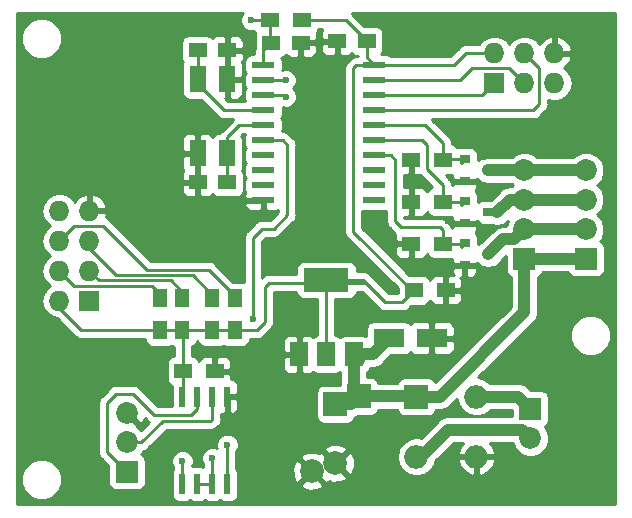
<source format=gbr>
G04 #@! TF.GenerationSoftware,KiCad,Pcbnew,(5.0.0)*
G04 #@! TF.CreationDate,2018-08-24T12:12:44+02:00*
G04 #@! TF.ProjectId,dmx_rgb,646D785F7267622E6B696361645F7063,rev?*
G04 #@! TF.SameCoordinates,Original*
G04 #@! TF.FileFunction,Copper,L1,Top,Signal*
G04 #@! TF.FilePolarity,Positive*
%FSLAX46Y46*%
G04 Gerber Fmt 4.6, Leading zero omitted, Abs format (unit mm)*
G04 Created by KiCad (PCBNEW (5.0.0)) date 08/24/18 12:12:44*
%MOMM*%
%LPD*%
G01*
G04 APERTURE LIST*
G04 #@! TA.AperFunction,ComponentPad*
%ADD10R,2.000000X2.000000*%
G04 #@! TD*
G04 #@! TA.AperFunction,ComponentPad*
%ADD11C,2.000000*%
G04 #@! TD*
G04 #@! TA.AperFunction,ComponentPad*
%ADD12O,2.000000X2.000000*%
G04 #@! TD*
G04 #@! TA.AperFunction,ComponentPad*
%ADD13R,1.850000X1.850000*%
G04 #@! TD*
G04 #@! TA.AperFunction,ComponentPad*
%ADD14C,1.850000*%
G04 #@! TD*
G04 #@! TA.AperFunction,ComponentPad*
%ADD15R,1.727200X1.727200*%
G04 #@! TD*
G04 #@! TA.AperFunction,ComponentPad*
%ADD16O,1.727200X1.727200*%
G04 #@! TD*
G04 #@! TA.AperFunction,SMDPad,CuDef*
%ADD17R,0.900000X0.800000*%
G04 #@! TD*
G04 #@! TA.AperFunction,SMDPad,CuDef*
%ADD18R,1.950000X0.600000*%
G04 #@! TD*
G04 #@! TA.AperFunction,SMDPad,CuDef*
%ADD19R,0.550000X1.750000*%
G04 #@! TD*
G04 #@! TA.AperFunction,SMDPad,CuDef*
%ADD20R,1.500000X1.250000*%
G04 #@! TD*
G04 #@! TA.AperFunction,SMDPad,CuDef*
%ADD21R,1.300000X1.500000*%
G04 #@! TD*
G04 #@! TA.AperFunction,SMDPad,CuDef*
%ADD22R,1.500000X1.300000*%
G04 #@! TD*
G04 #@! TA.AperFunction,SMDPad,CuDef*
%ADD23R,2.600000X1.600000*%
G04 #@! TD*
G04 #@! TA.AperFunction,SMDPad,CuDef*
%ADD24R,3.800000X2.000000*%
G04 #@! TD*
G04 #@! TA.AperFunction,SMDPad,CuDef*
%ADD25R,1.500000X2.000000*%
G04 #@! TD*
G04 #@! TA.AperFunction,SMDPad,CuDef*
%ADD26R,1.400000X2.200000*%
G04 #@! TD*
G04 #@! TA.AperFunction,ViaPad*
%ADD27C,0.600000*%
G04 #@! TD*
G04 #@! TA.AperFunction,Conductor*
%ADD28C,0.250000*%
G04 #@! TD*
G04 #@! TA.AperFunction,Conductor*
%ADD29C,1.000000*%
G04 #@! TD*
G04 #@! TA.AperFunction,Conductor*
%ADD30C,0.254000*%
G04 #@! TD*
G04 APERTURE END LIST*
D10*
G04 #@! TO.P,C5,1*
G04 #@! TO.N,+12V*
X148844000Y-50292000D03*
D11*
G04 #@! TO.P,C5,2*
G04 #@! TO.N,GND*
X148844000Y-55292000D03*
D10*
G04 #@! TO.P,C5,1*
G04 #@! TO.N,+12V*
X150844000Y-49619856D03*
D11*
G04 #@! TO.P,C5,2*
G04 #@! TO.N,GND*
X146844000Y-55964144D03*
G04 #@! TD*
D12*
G04 #@! TO.P,D1,4*
G04 #@! TO.N,Net-(D1-Pad4)*
X160782000Y-49657000D03*
G04 #@! TO.P,D1,2*
G04 #@! TO.N,Net-(D1-Pad2)*
X155702000Y-54737000D03*
G04 #@! TO.P,D1,3*
G04 #@! TO.N,GND*
X160782000Y-54737000D03*
D10*
G04 #@! TO.P,D1,1*
G04 #@! TO.N,+12V*
X155702000Y-49657000D03*
G04 #@! TD*
D13*
G04 #@! TO.P,J1,1*
G04 #@! TO.N,Net-(D1-Pad4)*
X165354000Y-50673000D03*
D14*
G04 #@! TO.P,J1,2*
G04 #@! TO.N,Net-(D1-Pad2)*
X165354000Y-53173000D03*
G04 #@! TD*
D15*
G04 #@! TO.P,J2,1*
G04 #@! TO.N,/TXD*
X128016000Y-41529000D03*
D16*
G04 #@! TO.P,J2,2*
G04 #@! TO.N,VCC*
X125476000Y-41529000D03*
G04 #@! TO.P,J2,3*
G04 #@! TO.N,Net-(J2-Pad3)*
X128016000Y-38989000D03*
G04 #@! TO.P,J2,4*
G04 #@! TO.N,Net-(J2-Pad4)*
X125476000Y-38989000D03*
G04 #@! TO.P,J2,5*
G04 #@! TO.N,Net-(J2-Pad5)*
X128016000Y-36449000D03*
G04 #@! TO.P,J2,6*
G04 #@! TO.N,Net-(J2-Pad6)*
X125476000Y-36449000D03*
G04 #@! TO.P,J2,7*
G04 #@! TO.N,GND*
X128016000Y-33909000D03*
G04 #@! TO.P,J2,8*
G04 #@! TO.N,/RXD*
X125476000Y-33909000D03*
G04 #@! TD*
D15*
G04 #@! TO.P,J3,1*
G04 #@! TO.N,/MISO*
X162306000Y-23114000D03*
D16*
G04 #@! TO.P,J3,2*
G04 #@! TO.N,VCC*
X162306000Y-20574000D03*
G04 #@! TO.P,J3,3*
G04 #@! TO.N,/SCL/SCK*
X164846000Y-23114000D03*
G04 #@! TO.P,J3,4*
G04 #@! TO.N,/MOSI/SDA*
X164846000Y-20574000D03*
G04 #@! TO.P,J3,5*
G04 #@! TO.N,/RESET*
X167386000Y-23114000D03*
G04 #@! TO.P,J3,6*
G04 #@! TO.N,GND*
X167386000Y-20574000D03*
G04 #@! TD*
D13*
G04 #@! TO.P,J4,1*
G04 #@! TO.N,Net-(J4-Pad1)*
X131191000Y-56007000D03*
D14*
G04 #@! TO.P,J4,2*
G04 #@! TO.N,Net-(J4-Pad2)*
X131191000Y-53507000D03*
G04 #@! TO.P,J4,3*
G04 #@! TO.N,GND*
X131191000Y-51007000D03*
G04 #@! TD*
D13*
G04 #@! TO.P,J5,1*
G04 #@! TO.N,+12V*
X164846000Y-37973000D03*
D14*
G04 #@! TO.P,J5,2*
G04 #@! TO.N,Net-(J5-Pad2)*
X164846000Y-35473000D03*
G04 #@! TO.P,J5,3*
G04 #@! TO.N,Net-(J5-Pad3)*
X164846000Y-32973000D03*
G04 #@! TO.P,J5,4*
G04 #@! TO.N,Net-(J5-Pad4)*
X164846000Y-30473000D03*
G04 #@! TD*
D13*
G04 #@! TO.P,J6,1*
G04 #@! TO.N,+12V*
X170053000Y-37973000D03*
D14*
G04 #@! TO.P,J6,2*
G04 #@! TO.N,Net-(J5-Pad2)*
X170053000Y-35473000D03*
G04 #@! TO.P,J6,3*
G04 #@! TO.N,Net-(J5-Pad3)*
X170053000Y-32973000D03*
G04 #@! TO.P,J6,4*
G04 #@! TO.N,Net-(J5-Pad4)*
X170053000Y-30473000D03*
G04 #@! TD*
D17*
G04 #@! TO.P,Q1,1*
G04 #@! TO.N,/PWM1*
X159782000Y-36642000D03*
G04 #@! TO.P,Q1,2*
G04 #@! TO.N,GND*
X159782000Y-38542000D03*
G04 #@! TO.P,Q1,3*
G04 #@! TO.N,Net-(J5-Pad2)*
X161782000Y-37592000D03*
G04 #@! TD*
G04 #@! TO.P,Q2,1*
G04 #@! TO.N,/PWM2*
X159782000Y-33086000D03*
G04 #@! TO.P,Q2,2*
G04 #@! TO.N,GND*
X159782000Y-34986000D03*
G04 #@! TO.P,Q2,3*
G04 #@! TO.N,Net-(J5-Pad3)*
X161782000Y-34036000D03*
G04 #@! TD*
G04 #@! TO.P,Q3,1*
G04 #@! TO.N,/PWM3*
X159782000Y-29530000D03*
G04 #@! TO.P,Q3,2*
G04 #@! TO.N,GND*
X159782000Y-31430000D03*
G04 #@! TO.P,Q3,3*
G04 #@! TO.N,Net-(J5-Pad4)*
X161782000Y-30480000D03*
G04 #@! TD*
D18*
G04 #@! TO.P,U1,1*
G04 #@! TO.N,/RESET*
X142747000Y-21590000D03*
G04 #@! TO.P,U1,2*
G04 #@! TO.N,/RXD*
X142747000Y-22860000D03*
G04 #@! TO.P,U1,3*
G04 #@! TO.N,/TXD*
X142747000Y-24130000D03*
G04 #@! TO.P,U1,4*
G04 #@! TO.N,Net-(C1-Pad1)*
X142747000Y-25400000D03*
G04 #@! TO.P,U1,5*
G04 #@! TO.N,Net-(C2-Pad1)*
X142747000Y-26670000D03*
G04 #@! TO.P,U1,6*
G04 #@! TO.N,/DIR*
X142747000Y-27940000D03*
G04 #@! TO.P,U1,7*
G04 #@! TO.N,Net-(U1-Pad7)*
X142747000Y-29210000D03*
G04 #@! TO.P,U1,8*
G04 #@! TO.N,Net-(U1-Pad8)*
X142747000Y-30480000D03*
G04 #@! TO.P,U1,9*
G04 #@! TO.N,Net-(U1-Pad9)*
X142747000Y-31750000D03*
G04 #@! TO.P,U1,10*
G04 #@! TO.N,GND*
X142747000Y-33020000D03*
G04 #@! TO.P,U1,11*
G04 #@! TO.N,Net-(U1-Pad11)*
X152147000Y-33020000D03*
G04 #@! TO.P,U1,12*
G04 #@! TO.N,Net-(U1-Pad12)*
X152147000Y-31750000D03*
G04 #@! TO.P,U1,13*
G04 #@! TO.N,Net-(U1-Pad13)*
X152147000Y-30480000D03*
G04 #@! TO.P,U1,14*
G04 #@! TO.N,/PWM1*
X152147000Y-29210000D03*
G04 #@! TO.P,U1,15*
G04 #@! TO.N,/PWM2*
X152147000Y-27940000D03*
G04 #@! TO.P,U1,16*
G04 #@! TO.N,/PWM3*
X152147000Y-26670000D03*
G04 #@! TO.P,U1,17*
G04 #@! TO.N,/MOSI/SDA*
X152147000Y-25400000D03*
G04 #@! TO.P,U1,18*
G04 #@! TO.N,/MISO*
X152147000Y-24130000D03*
G04 #@! TO.P,U1,19*
G04 #@! TO.N,/SCL/SCK*
X152147000Y-22860000D03*
G04 #@! TO.P,U1,20*
G04 #@! TO.N,VCC*
X152147000Y-21590000D03*
G04 #@! TD*
D19*
G04 #@! TO.P,U3,1*
G04 #@! TO.N,/RXD*
X135890000Y-57040000D03*
G04 #@! TO.P,U3,2*
G04 #@! TO.N,/DIR*
X137160000Y-57040000D03*
G04 #@! TO.P,U3,3*
X138430000Y-57040000D03*
G04 #@! TO.P,U3,4*
G04 #@! TO.N,/TXD*
X139700000Y-57040000D03*
G04 #@! TO.P,U3,5*
G04 #@! TO.N,GND*
X139700000Y-49640000D03*
G04 #@! TO.P,U3,6*
G04 #@! TO.N,Net-(J4-Pad2)*
X138430000Y-49640000D03*
G04 #@! TO.P,U3,7*
G04 #@! TO.N,Net-(J4-Pad1)*
X137160000Y-49640000D03*
G04 #@! TO.P,U3,8*
G04 #@! TO.N,VCC*
X135890000Y-49640000D03*
G04 #@! TD*
D20*
G04 #@! TO.P,C1,1*
G04 #@! TO.N,Net-(C1-Pad1)*
X137180000Y-20320000D03*
G04 #@! TO.P,C1,2*
G04 #@! TO.N,GND*
X139680000Y-20320000D03*
G04 #@! TD*
G04 #@! TO.P,C2,1*
G04 #@! TO.N,Net-(C2-Pad1)*
X139700000Y-31496000D03*
G04 #@! TO.P,C2,2*
G04 #@! TO.N,GND*
X137200000Y-31496000D03*
G04 #@! TD*
G04 #@! TO.P,C3,1*
G04 #@! TO.N,/RESET*
X143403000Y-19685000D03*
G04 #@! TO.P,C3,2*
G04 #@! TO.N,GND*
X145903000Y-19685000D03*
G04 #@! TD*
G04 #@! TO.P,C4,1*
G04 #@! TO.N,VCC*
X151491000Y-19558000D03*
G04 #@! TO.P,C4,2*
G04 #@! TO.N,GND*
X148991000Y-19558000D03*
G04 #@! TD*
D21*
G04 #@! TO.P,R1,1*
G04 #@! TO.N,Net-(J2-Pad5)*
X138430000Y-41322000D03*
G04 #@! TO.P,R1,2*
G04 #@! TO.N,VCC*
X138430000Y-44022000D03*
G04 #@! TD*
G04 #@! TO.P,R2,1*
G04 #@! TO.N,Net-(J2-Pad3)*
X135890000Y-41322000D03*
G04 #@! TO.P,R2,2*
G04 #@! TO.N,VCC*
X135890000Y-44022000D03*
G04 #@! TD*
D22*
G04 #@! TO.P,R3,1*
G04 #@! TO.N,VCC*
X146003000Y-17780000D03*
G04 #@! TO.P,R3,2*
G04 #@! TO.N,/RESET*
X143303000Y-17780000D03*
G04 #@! TD*
D21*
G04 #@! TO.P,R4,1*
G04 #@! TO.N,VCC*
X133985000Y-44022000D03*
G04 #@! TO.P,R4,2*
G04 #@! TO.N,Net-(J2-Pad4)*
X133985000Y-41322000D03*
G04 #@! TD*
G04 #@! TO.P,R5,1*
G04 #@! TO.N,VCC*
X140335000Y-44022000D03*
G04 #@! TO.P,R5,2*
G04 #@! TO.N,Net-(J2-Pad6)*
X140335000Y-41322000D03*
G04 #@! TD*
D22*
G04 #@! TO.P,R6,1*
G04 #@! TO.N,GND*
X155241000Y-36703000D03*
G04 #@! TO.P,R6,2*
G04 #@! TO.N,/PWM1*
X157941000Y-36703000D03*
G04 #@! TD*
G04 #@! TO.P,C7,1*
G04 #@! TO.N,VCC*
X155495000Y-40640000D03*
G04 #@! TO.P,C7,2*
G04 #@! TO.N,GND*
X158195000Y-40640000D03*
G04 #@! TD*
G04 #@! TO.P,C8,1*
G04 #@! TO.N,VCC*
X135937000Y-47498000D03*
G04 #@! TO.P,C8,2*
G04 #@! TO.N,GND*
X138637000Y-47498000D03*
G04 #@! TD*
G04 #@! TO.P,R7,1*
G04 #@! TO.N,GND*
X155241000Y-33147000D03*
G04 #@! TO.P,R7,2*
G04 #@! TO.N,/PWM2*
X157941000Y-33147000D03*
G04 #@! TD*
G04 #@! TO.P,R8,1*
G04 #@! TO.N,GND*
X155241000Y-29591000D03*
G04 #@! TO.P,R8,2*
G04 #@! TO.N,/PWM3*
X157941000Y-29591000D03*
G04 #@! TD*
D23*
G04 #@! TO.P,C6,1*
G04 #@! TO.N,+12V*
X153394000Y-44704000D03*
G04 #@! TO.P,C6,2*
G04 #@! TO.N,GND*
X156994000Y-44704000D03*
G04 #@! TD*
D24*
G04 #@! TO.P,U2,2*
G04 #@! TO.N,VCC*
X148082000Y-39776000D03*
D25*
X148082000Y-46076000D03*
G04 #@! TO.P,U2,3*
G04 #@! TO.N,+12V*
X150382000Y-46076000D03*
G04 #@! TO.P,U2,1*
G04 #@! TO.N,GND*
X145782000Y-46076000D03*
G04 #@! TD*
D26*
G04 #@! TO.P,Y1,1*
G04 #@! TO.N,Net-(C1-Pad1)*
X137180000Y-22758000D03*
G04 #@! TO.P,Y1,2*
G04 #@! TO.N,GND*
X137180000Y-29058000D03*
G04 #@! TO.P,Y1,3*
G04 #@! TO.N,Net-(C2-Pad1)*
X139680000Y-29058000D03*
G04 #@! TO.P,Y1,4*
G04 #@! TO.N,GND*
X139680000Y-22758000D03*
G04 #@! TD*
D27*
G04 #@! TO.N,GND*
X147447000Y-19558000D03*
X142748000Y-34290000D03*
X158369000Y-34798000D03*
X158623000Y-31115000D03*
X156083000Y-31242000D03*
G04 #@! TO.N,/RESET*
X141732000Y-17780000D03*
G04 #@! TO.N,/TXD*
X139700000Y-53721000D03*
X144653000Y-24257000D03*
G04 #@! TO.N,/RXD*
X135890000Y-55118000D03*
X144653000Y-22860000D03*
G04 #@! TO.N,/DIR*
X138430000Y-54864000D03*
X141859000Y-43053000D03*
G04 #@! TD*
D28*
G04 #@! TO.N,Net-(C1-Pad1)*
X137180000Y-20320000D02*
X137180000Y-22758000D01*
X137180000Y-23158000D02*
X137180000Y-22758000D01*
X139422000Y-25400000D02*
X137180000Y-23158000D01*
X142747000Y-25400000D02*
X139422000Y-25400000D01*
G04 #@! TO.N,GND*
X142747000Y-33020000D02*
X142747000Y-34289000D01*
X142747000Y-34289000D02*
X142748000Y-34290000D01*
X159782000Y-34986000D02*
X158557000Y-34986000D01*
X158557000Y-34986000D02*
X158369000Y-34798000D01*
X159782000Y-31430000D02*
X158938000Y-31430000D01*
X158938000Y-31430000D02*
X158623000Y-31115000D01*
X156083000Y-31115000D02*
X156083000Y-31242000D01*
X155241000Y-32084000D02*
X156083000Y-31242000D01*
X156083000Y-31242000D02*
X156083000Y-31115000D01*
X155241000Y-33147000D02*
X155241000Y-32084000D01*
X155241000Y-33147000D02*
X155241000Y-29591000D01*
X137200000Y-29078000D02*
X137180000Y-29058000D01*
X137180000Y-28658000D02*
X137180000Y-29058000D01*
G04 #@! TO.N,Net-(C2-Pad1)*
X139700000Y-29078000D02*
X139680000Y-29058000D01*
X139700000Y-31496000D02*
X139700000Y-29078000D01*
X140718000Y-26670000D02*
X141224000Y-26670000D01*
X139680000Y-27708000D02*
X140718000Y-26670000D01*
X139680000Y-29058000D02*
X139680000Y-27708000D01*
X142747000Y-26670000D02*
X141224000Y-26670000D01*
X141224000Y-26670000D02*
X140970000Y-26670000D01*
G04 #@! TO.N,/RESET*
X143303000Y-17780000D02*
X141732000Y-17780000D01*
X142747000Y-21590000D02*
X142747000Y-20341000D01*
X142747000Y-20341000D02*
X143403000Y-19685000D01*
X143303000Y-17780000D02*
X143303000Y-19585000D01*
X143303000Y-19585000D02*
X143403000Y-19685000D01*
G04 #@! TO.N,VCC*
X140335000Y-44022000D02*
X142160000Y-44022000D01*
X151431000Y-40005000D02*
X153070000Y-41644000D01*
X143256000Y-40005000D02*
X151431000Y-40005000D01*
X142875000Y-40386000D02*
X143256000Y-40005000D01*
X142875000Y-43307000D02*
X142875000Y-40386000D01*
X142160000Y-44022000D02*
X142875000Y-43307000D01*
X155495000Y-40640000D02*
X155321000Y-40640000D01*
X155321000Y-40640000D02*
X150368000Y-35687000D01*
X150622000Y-21590000D02*
X152147000Y-21590000D01*
X150368000Y-21844000D02*
X150622000Y-21590000D01*
X150368000Y-35687000D02*
X150368000Y-21844000D01*
X125476000Y-41529000D02*
X125476000Y-42164000D01*
X125476000Y-42164000D02*
X127334000Y-44022000D01*
X127334000Y-44022000D02*
X133985000Y-44022000D01*
X138430000Y-44022000D02*
X135890000Y-44022000D01*
X135890000Y-44022000D02*
X140335000Y-44022000D01*
X133985000Y-44022000D02*
X135890000Y-44022000D01*
X135937000Y-47498000D02*
X135937000Y-44069000D01*
X135937000Y-44069000D02*
X135890000Y-44022000D01*
X135937000Y-47498000D02*
X135937000Y-49593000D01*
X135937000Y-49593000D02*
X135890000Y-49640000D01*
X153070000Y-41644000D02*
X154491000Y-41644000D01*
X154491000Y-41644000D02*
X155495000Y-40640000D01*
X152147000Y-21590000D02*
X158877000Y-21590000D01*
X159893000Y-20574000D02*
X162306000Y-20574000D01*
X158877000Y-21590000D02*
X159893000Y-20574000D01*
X151491000Y-19558000D02*
X151491000Y-20934000D01*
X151491000Y-20934000D02*
X152147000Y-21590000D01*
X146003000Y-17780000D02*
X149713000Y-17780000D01*
X149713000Y-17780000D02*
X151491000Y-19558000D01*
X148082000Y-44826000D02*
X148082000Y-39776000D01*
X148082000Y-46076000D02*
X148082000Y-44826000D01*
X151202000Y-39776000D02*
X148082000Y-39776000D01*
X151431000Y-40005000D02*
X151202000Y-39776000D01*
D29*
G04 #@! TO.N,+12V*
X170053000Y-37973000D02*
X164846000Y-37973000D01*
X150844000Y-49619856D02*
X155664856Y-49619856D01*
D28*
X155664856Y-49619856D02*
X155702000Y-49657000D01*
D29*
X150844000Y-46538000D02*
X150382000Y-46076000D01*
X150382000Y-49157856D02*
X150844000Y-49619856D01*
X150382000Y-46076000D02*
X150382000Y-49157856D01*
X150171856Y-50292000D02*
X150844000Y-49619856D01*
X148844000Y-50292000D02*
X150171856Y-50292000D01*
X152022000Y-46076000D02*
X153394000Y-44704000D01*
X150382000Y-46076000D02*
X152022000Y-46076000D01*
X157702000Y-49657000D02*
X155702000Y-49657000D01*
X164846000Y-42513000D02*
X157702000Y-49657000D01*
X164846000Y-37973000D02*
X164846000Y-42513000D01*
G04 #@! TO.N,Net-(D1-Pad4)*
X160782000Y-49657000D02*
X164338000Y-49657000D01*
X164338000Y-49657000D02*
X165354000Y-50673000D01*
D28*
G04 #@! TO.N,Net-(D1-Pad2)*
X155702000Y-54737000D02*
X156083000Y-54737000D01*
D29*
X156083000Y-54737000D02*
X158369000Y-52451000D01*
X158369000Y-52451000D02*
X164632000Y-52451000D01*
X164632000Y-52451000D02*
X165354000Y-53173000D01*
D28*
G04 #@! TO.N,/TXD*
X139700000Y-53721000D02*
X139700000Y-57040000D01*
X142747000Y-24130000D02*
X144526000Y-24130000D01*
X144526000Y-24130000D02*
X144653000Y-24257000D01*
G04 #@! TO.N,Net-(J2-Pad3)*
X135890000Y-41322000D02*
X135890000Y-40767000D01*
X135890000Y-40767000D02*
X134931998Y-39808998D01*
X134931998Y-39808998D02*
X128835998Y-39808998D01*
X128835998Y-39808998D02*
X128016000Y-38989000D01*
G04 #@! TO.N,Net-(J2-Pad4)*
X133985000Y-41322000D02*
X133985000Y-40894000D01*
X133985000Y-40894000D02*
X133350000Y-40259000D01*
X133350000Y-40259000D02*
X126746000Y-40259000D01*
X126746000Y-40259000D02*
X125476000Y-38989000D01*
G04 #@! TO.N,Net-(J2-Pad5)*
X138430000Y-41322000D02*
X138430000Y-41021000D01*
X138430000Y-41021000D02*
X136767996Y-39358996D01*
X136767996Y-39358996D02*
X130290996Y-39358996D01*
X130290996Y-39358996D02*
X128016000Y-37084000D01*
X128016000Y-37084000D02*
X128016000Y-36449000D01*
G04 #@! TO.N,Net-(J2-Pad6)*
X140335000Y-41322000D02*
X140335000Y-41148000D01*
X140335000Y-41148000D02*
X138095994Y-38908994D01*
X138095994Y-38908994D02*
X132888994Y-38908994D01*
X132888994Y-38908994D02*
X129159000Y-35179000D01*
X129159000Y-35179000D02*
X126746000Y-35179000D01*
X126746000Y-35179000D02*
X125476000Y-36449000D01*
G04 #@! TO.N,/RXD*
X135890000Y-55118000D02*
X135890000Y-57040000D01*
X142747000Y-22860000D02*
X144653000Y-22860000D01*
G04 #@! TO.N,/MISO*
X152147000Y-24130000D02*
X161290000Y-24130000D01*
X161290000Y-24130000D02*
X162306000Y-23114000D01*
G04 #@! TO.N,/SCL/SCK*
X152147000Y-22860000D02*
X159385000Y-22860000D01*
X163576000Y-21844000D02*
X164846000Y-23114000D01*
X160401000Y-21844000D02*
X163576000Y-21844000D01*
X159385000Y-22860000D02*
X160401000Y-21844000D01*
G04 #@! TO.N,/MOSI/SDA*
X152147000Y-25400000D02*
X165608000Y-25400000D01*
X166116000Y-21844000D02*
X164846000Y-20574000D01*
X166116000Y-24892000D02*
X166116000Y-21844000D01*
X165608000Y-25400000D02*
X166116000Y-24892000D01*
G04 #@! TO.N,Net-(J4-Pad1)*
X131191000Y-56007000D02*
X129540000Y-54356000D01*
X137160000Y-50673000D02*
X137160000Y-49640000D01*
X136652000Y-51181000D02*
X137160000Y-50673000D01*
X133477000Y-51181000D02*
X136652000Y-51181000D01*
X131699000Y-49403000D02*
X133477000Y-51181000D01*
X130302000Y-49403000D02*
X131699000Y-49403000D01*
X130048000Y-49657000D02*
X130302000Y-49403000D01*
X129540000Y-50165000D02*
X130048000Y-49657000D01*
X129540000Y-52959000D02*
X129540000Y-50165000D01*
X129540000Y-54356000D02*
X129540000Y-52959000D01*
G04 #@! TO.N,Net-(J4-Pad2)*
X131191000Y-53507000D02*
X132421000Y-53507000D01*
X138430000Y-51562000D02*
X138430000Y-49640000D01*
X138303000Y-51689000D02*
X138430000Y-51562000D01*
X134239000Y-51689000D02*
X138303000Y-51689000D01*
X132421000Y-53507000D02*
X134239000Y-51689000D01*
D29*
G04 #@! TO.N,Net-(J5-Pad2)*
X170053000Y-35473000D02*
X164846000Y-35473000D01*
X164846000Y-35473000D02*
X163997000Y-36322000D01*
X163997000Y-36322000D02*
X163052000Y-36322000D01*
X163052000Y-36322000D02*
X161782000Y-37592000D01*
G04 #@! TO.N,Net-(J5-Pad3)*
X170053000Y-32973000D02*
X164846000Y-32973000D01*
D28*
X161782000Y-34036000D02*
X162560000Y-34036000D01*
D29*
X163623000Y-32973000D02*
X164846000Y-32973000D01*
X162560000Y-34036000D02*
X163623000Y-32973000D01*
G04 #@! TO.N,Net-(J5-Pad4)*
X161782000Y-30480000D02*
X164839000Y-30480000D01*
D28*
X164839000Y-30480000D02*
X164846000Y-30473000D01*
D29*
X164846000Y-30473000D02*
X170053000Y-30473000D01*
D28*
G04 #@! TO.N,/PWM1*
X152147000Y-29210000D02*
X153543000Y-29210000D01*
X157941000Y-35513000D02*
X157941000Y-36703000D01*
X157734000Y-35306000D02*
X157941000Y-35513000D01*
X154432000Y-35306000D02*
X157734000Y-35306000D01*
X153924000Y-34798000D02*
X154432000Y-35306000D01*
X153924000Y-29591000D02*
X153924000Y-34798000D01*
X153543000Y-29210000D02*
X153924000Y-29591000D01*
X157941000Y-36703000D02*
X159721000Y-36703000D01*
X159721000Y-36703000D02*
X159782000Y-36642000D01*
X159467000Y-36957000D02*
X159782000Y-36642000D01*
G04 #@! TO.N,/PWM2*
X152147000Y-27940000D02*
X156210000Y-27940000D01*
X157941000Y-31703000D02*
X157941000Y-33147000D01*
X156591000Y-30353000D02*
X157941000Y-31703000D01*
X156591000Y-28321000D02*
X156591000Y-30353000D01*
X156210000Y-27940000D02*
X156591000Y-28321000D01*
X157941000Y-33147000D02*
X159721000Y-33147000D01*
X159721000Y-33147000D02*
X159782000Y-33086000D01*
X159467000Y-33401000D02*
X159782000Y-33086000D01*
G04 #@! TO.N,/PWM3*
X159782000Y-29530000D02*
X158002000Y-29530000D01*
X158002000Y-29530000D02*
X157941000Y-29591000D01*
X152147000Y-26670000D02*
X156464000Y-26670000D01*
X157941000Y-28147000D02*
X157941000Y-29591000D01*
X156464000Y-26670000D02*
X157941000Y-28147000D01*
X159467000Y-29845000D02*
X159782000Y-29530000D01*
G04 #@! TO.N,/DIR*
X142747000Y-27940000D02*
X144399000Y-27940000D01*
X138430000Y-54864000D02*
X138430000Y-57040000D01*
X141859000Y-36195000D02*
X141859000Y-43053000D01*
X142621000Y-35433000D02*
X141859000Y-36195000D01*
X143637000Y-35433000D02*
X142621000Y-35433000D01*
X144780000Y-34290000D02*
X143637000Y-35433000D01*
X144780000Y-28321000D02*
X144780000Y-34290000D01*
X144399000Y-27940000D02*
X144780000Y-28321000D01*
X137160000Y-57040000D02*
X138430000Y-57040000D01*
G04 #@! TD*
D30*
G04 #@! TO.N,GND*
G36*
X140939345Y-17250365D02*
X140797000Y-17594017D01*
X140797000Y-17965983D01*
X140939345Y-18309635D01*
X141202365Y-18572655D01*
X141546017Y-18715000D01*
X141917983Y-18715000D01*
X141966339Y-18694970D01*
X142052515Y-18823940D01*
X142005560Y-19060000D01*
X142005560Y-20172846D01*
X141972112Y-20341000D01*
X141987001Y-20415851D01*
X141987001Y-20642560D01*
X141772000Y-20642560D01*
X141524235Y-20691843D01*
X141314191Y-20832191D01*
X141173843Y-21042235D01*
X141124560Y-21290000D01*
X141124560Y-21890000D01*
X141173843Y-22137765D01*
X141232132Y-22225000D01*
X141173843Y-22312235D01*
X141124560Y-22560000D01*
X141124560Y-23160000D01*
X141173843Y-23407765D01*
X141232132Y-23495000D01*
X141173843Y-23582235D01*
X141124560Y-23830000D01*
X141124560Y-24430000D01*
X141166331Y-24640000D01*
X139736802Y-24640000D01*
X139492026Y-24395224D01*
X139553000Y-24334250D01*
X139553000Y-22885000D01*
X139807000Y-22885000D01*
X139807000Y-24334250D01*
X139965750Y-24493000D01*
X140506310Y-24493000D01*
X140739699Y-24396327D01*
X140918327Y-24217698D01*
X141015000Y-23984309D01*
X141015000Y-23043750D01*
X140856250Y-22885000D01*
X139807000Y-22885000D01*
X139553000Y-22885000D01*
X139533000Y-22885000D01*
X139533000Y-22631000D01*
X139553000Y-22631000D01*
X139553000Y-20447000D01*
X139807000Y-20447000D01*
X139807000Y-22631000D01*
X140856250Y-22631000D01*
X141015000Y-22472250D01*
X141015000Y-21531691D01*
X140934845Y-21338181D01*
X140968327Y-21304699D01*
X141065000Y-21071310D01*
X141065000Y-20605750D01*
X140906250Y-20447000D01*
X139807000Y-20447000D01*
X139553000Y-20447000D01*
X139533000Y-20447000D01*
X139533000Y-20193000D01*
X139553000Y-20193000D01*
X139553000Y-19218750D01*
X139807000Y-19218750D01*
X139807000Y-20193000D01*
X140906250Y-20193000D01*
X141065000Y-20034250D01*
X141065000Y-19568690D01*
X140968327Y-19335301D01*
X140789698Y-19156673D01*
X140556309Y-19060000D01*
X139965750Y-19060000D01*
X139807000Y-19218750D01*
X139553000Y-19218750D01*
X139394250Y-19060000D01*
X138803691Y-19060000D01*
X138570302Y-19156673D01*
X138428654Y-19298320D01*
X138387809Y-19237191D01*
X138177765Y-19096843D01*
X137930000Y-19047560D01*
X136430000Y-19047560D01*
X136182235Y-19096843D01*
X135972191Y-19237191D01*
X135831843Y-19447235D01*
X135782560Y-19695000D01*
X135782560Y-20945000D01*
X135831843Y-21192765D01*
X135929498Y-21338915D01*
X135881843Y-21410235D01*
X135832560Y-21658000D01*
X135832560Y-23858000D01*
X135881843Y-24105765D01*
X136022191Y-24315809D01*
X136232235Y-24456157D01*
X136480000Y-24505440D01*
X137452639Y-24505440D01*
X138831671Y-25884473D01*
X138874071Y-25947929D01*
X138937527Y-25990329D01*
X139125462Y-26115904D01*
X139157291Y-26122235D01*
X139347148Y-26160000D01*
X139347152Y-26160000D01*
X139422000Y-26174888D01*
X139496848Y-26160000D01*
X140144728Y-26160000D01*
X140127671Y-26185527D01*
X139195528Y-27117671D01*
X139132072Y-27160071D01*
X139089672Y-27223527D01*
X139089671Y-27223528D01*
X139031518Y-27310560D01*
X138980000Y-27310560D01*
X138732235Y-27359843D01*
X138522191Y-27500191D01*
X138432987Y-27633694D01*
X138418327Y-27598302D01*
X138239699Y-27419673D01*
X138006310Y-27323000D01*
X137465750Y-27323000D01*
X137307000Y-27481750D01*
X137307000Y-28931000D01*
X137327000Y-28931000D01*
X137327000Y-29185000D01*
X137307000Y-29185000D01*
X137307000Y-30634250D01*
X137327000Y-30654250D01*
X137327000Y-31369000D01*
X137347000Y-31369000D01*
X137347000Y-31623000D01*
X137327000Y-31623000D01*
X137327000Y-32597250D01*
X137485750Y-32756000D01*
X138076309Y-32756000D01*
X138309698Y-32659327D01*
X138451346Y-32517680D01*
X138492191Y-32578809D01*
X138702235Y-32719157D01*
X138950000Y-32768440D01*
X140450000Y-32768440D01*
X140697765Y-32719157D01*
X140907809Y-32578809D01*
X141048157Y-32368765D01*
X141097440Y-32121000D01*
X141097440Y-30871000D01*
X141048157Y-30623235D01*
X140940502Y-30462119D01*
X140978157Y-30405765D01*
X141027440Y-30158000D01*
X141027440Y-27958000D01*
X140978157Y-27710235D01*
X140887798Y-27575004D01*
X141032802Y-27430000D01*
X141166331Y-27430000D01*
X141124560Y-27640000D01*
X141124560Y-28240000D01*
X141173843Y-28487765D01*
X141232132Y-28575000D01*
X141173843Y-28662235D01*
X141124560Y-28910000D01*
X141124560Y-29510000D01*
X141173843Y-29757765D01*
X141232132Y-29845000D01*
X141173843Y-29932235D01*
X141124560Y-30180000D01*
X141124560Y-30780000D01*
X141173843Y-31027765D01*
X141232132Y-31115000D01*
X141173843Y-31202235D01*
X141124560Y-31450000D01*
X141124560Y-32050000D01*
X141173843Y-32297765D01*
X141226768Y-32376972D01*
X141137000Y-32593690D01*
X141137000Y-32734250D01*
X141295750Y-32893000D01*
X142620000Y-32893000D01*
X142620000Y-32873000D01*
X142874000Y-32873000D01*
X142874000Y-32893000D01*
X142894000Y-32893000D01*
X142894000Y-33147000D01*
X142874000Y-33147000D01*
X142874000Y-33796250D01*
X143032750Y-33955000D01*
X143848309Y-33955000D01*
X144020001Y-33883883D01*
X144020001Y-33975197D01*
X143322199Y-34673000D01*
X142695848Y-34673000D01*
X142621000Y-34658112D01*
X142546152Y-34673000D01*
X142546148Y-34673000D01*
X142372605Y-34707520D01*
X142324462Y-34717096D01*
X142168173Y-34821526D01*
X142073071Y-34885071D01*
X142030671Y-34948527D01*
X141374530Y-35604669D01*
X141311071Y-35647071D01*
X141143096Y-35898464D01*
X141099000Y-36120149D01*
X141099000Y-36120153D01*
X141084112Y-36195000D01*
X141099000Y-36269847D01*
X141099001Y-39947236D01*
X140985000Y-39924560D01*
X140186362Y-39924560D01*
X138686325Y-38424524D01*
X138643923Y-38361065D01*
X138392531Y-38193090D01*
X138170846Y-38148994D01*
X138170841Y-38148994D01*
X138095994Y-38134106D01*
X138021147Y-38148994D01*
X133203796Y-38148994D01*
X129749331Y-34694530D01*
X129706929Y-34631071D01*
X129455537Y-34463096D01*
X129386024Y-34449269D01*
X129470968Y-34268027D01*
X129350469Y-34036000D01*
X128143000Y-34036000D01*
X128143000Y-34056000D01*
X127889000Y-34056000D01*
X127889000Y-34036000D01*
X127869000Y-34036000D01*
X127869000Y-33782000D01*
X127889000Y-33782000D01*
X127889000Y-32575183D01*
X128143000Y-32575183D01*
X128143000Y-33782000D01*
X129350469Y-33782000D01*
X129470968Y-33549973D01*
X129356507Y-33305750D01*
X141137000Y-33305750D01*
X141137000Y-33446310D01*
X141233673Y-33679699D01*
X141412302Y-33858327D01*
X141645691Y-33955000D01*
X142461250Y-33955000D01*
X142620000Y-33796250D01*
X142620000Y-33147000D01*
X141295750Y-33147000D01*
X141137000Y-33305750D01*
X129356507Y-33305750D01*
X129222821Y-33020510D01*
X128790947Y-32626312D01*
X128375026Y-32454042D01*
X128143000Y-32575183D01*
X127889000Y-32575183D01*
X127656974Y-32454042D01*
X127241053Y-32626312D01*
X126809179Y-33020510D01*
X126757854Y-33130021D01*
X126556430Y-32828570D01*
X126060725Y-32497350D01*
X125623598Y-32410400D01*
X125328402Y-32410400D01*
X124891275Y-32497350D01*
X124395570Y-32828570D01*
X124064350Y-33324275D01*
X123948041Y-33909000D01*
X124064350Y-34493725D01*
X124395570Y-34989430D01*
X124679281Y-35179000D01*
X124395570Y-35368570D01*
X124064350Y-35864275D01*
X123948041Y-36449000D01*
X124064350Y-37033725D01*
X124395570Y-37529430D01*
X124679281Y-37719000D01*
X124395570Y-37908570D01*
X124064350Y-38404275D01*
X123948041Y-38989000D01*
X124064350Y-39573725D01*
X124395570Y-40069430D01*
X124679281Y-40259000D01*
X124395570Y-40448570D01*
X124064350Y-40944275D01*
X123948041Y-41529000D01*
X124064350Y-42113725D01*
X124395570Y-42609430D01*
X124891275Y-42940650D01*
X125249006Y-43011807D01*
X126743670Y-44506472D01*
X126786071Y-44569929D01*
X126849527Y-44612329D01*
X127037462Y-44737904D01*
X127085605Y-44747480D01*
X127259148Y-44782000D01*
X127259152Y-44782000D01*
X127334000Y-44796888D01*
X127408848Y-44782000D01*
X132689549Y-44782000D01*
X132736843Y-45019765D01*
X132877191Y-45229809D01*
X133087235Y-45370157D01*
X133335000Y-45419440D01*
X134635000Y-45419440D01*
X134882765Y-45370157D01*
X134937500Y-45333584D01*
X134992235Y-45370157D01*
X135177001Y-45406909D01*
X135177000Y-46202549D01*
X134939235Y-46249843D01*
X134729191Y-46390191D01*
X134588843Y-46600235D01*
X134539560Y-46848000D01*
X134539560Y-48148000D01*
X134588843Y-48395765D01*
X134729191Y-48605809D01*
X134939235Y-48746157D01*
X134970087Y-48752294D01*
X134967560Y-48765000D01*
X134967560Y-50421000D01*
X133791802Y-50421000D01*
X132289331Y-48918530D01*
X132246929Y-48855071D01*
X131995537Y-48687096D01*
X131773852Y-48643000D01*
X131773847Y-48643000D01*
X131699000Y-48628112D01*
X131624153Y-48643000D01*
X130376846Y-48643000D01*
X130301999Y-48628112D01*
X130227152Y-48643000D01*
X130227148Y-48643000D01*
X130005463Y-48687096D01*
X129754071Y-48855071D01*
X129711669Y-48918530D01*
X129563532Y-49066667D01*
X129563526Y-49066671D01*
X129055527Y-49574672D01*
X128992072Y-49617071D01*
X128949672Y-49680527D01*
X128949671Y-49680528D01*
X128824097Y-49868463D01*
X128765112Y-50165000D01*
X128780001Y-50239852D01*
X128780000Y-53033851D01*
X128780001Y-53033856D01*
X128780000Y-54281153D01*
X128765112Y-54356000D01*
X128780000Y-54430847D01*
X128780000Y-54430851D01*
X128824096Y-54652536D01*
X128992071Y-54903929D01*
X129055530Y-54946331D01*
X129618560Y-55509361D01*
X129618560Y-56932000D01*
X129667843Y-57179765D01*
X129808191Y-57389809D01*
X130018235Y-57530157D01*
X130266000Y-57579440D01*
X132116000Y-57579440D01*
X132363765Y-57530157D01*
X132573809Y-57389809D01*
X132714157Y-57179765D01*
X132763440Y-56932000D01*
X132763440Y-55082000D01*
X132733607Y-54932017D01*
X134955000Y-54932017D01*
X134955000Y-55303983D01*
X135097345Y-55647635D01*
X135130000Y-55680290D01*
X135130000Y-55747884D01*
X135016843Y-55917235D01*
X134967560Y-56165000D01*
X134967560Y-57915000D01*
X135016843Y-58162765D01*
X135157191Y-58372809D01*
X135367235Y-58513157D01*
X135615000Y-58562440D01*
X136165000Y-58562440D01*
X136412765Y-58513157D01*
X136525000Y-58438163D01*
X136637235Y-58513157D01*
X136885000Y-58562440D01*
X137435000Y-58562440D01*
X137682765Y-58513157D01*
X137795000Y-58438163D01*
X137907235Y-58513157D01*
X138155000Y-58562440D01*
X138705000Y-58562440D01*
X138952765Y-58513157D01*
X139065000Y-58438163D01*
X139177235Y-58513157D01*
X139425000Y-58562440D01*
X139975000Y-58562440D01*
X140222765Y-58513157D01*
X140432809Y-58372809D01*
X140573157Y-58162765D01*
X140622440Y-57915000D01*
X140622440Y-57116676D01*
X145871073Y-57116676D01*
X145969736Y-57383531D01*
X146579461Y-57610052D01*
X147229460Y-57586000D01*
X147718264Y-57383531D01*
X147816927Y-57116676D01*
X146844000Y-56143749D01*
X145871073Y-57116676D01*
X140622440Y-57116676D01*
X140622440Y-56165000D01*
X140573157Y-55917235D01*
X140460000Y-55747885D01*
X140460000Y-55699605D01*
X145198092Y-55699605D01*
X145222144Y-56349604D01*
X145424613Y-56838408D01*
X145691468Y-56937071D01*
X146664395Y-55964144D01*
X145691468Y-54991217D01*
X145424613Y-55089880D01*
X145198092Y-55699605D01*
X140460000Y-55699605D01*
X140460000Y-54811612D01*
X145871073Y-54811612D01*
X146844000Y-55784539D01*
X146858143Y-55770397D01*
X147037748Y-55950002D01*
X147023605Y-55964144D01*
X147996532Y-56937071D01*
X148263387Y-56838408D01*
X148269239Y-56822656D01*
X148579461Y-56937908D01*
X149229460Y-56913856D01*
X149718264Y-56711387D01*
X149816927Y-56444532D01*
X148844000Y-55471605D01*
X148829858Y-55485748D01*
X148650253Y-55306143D01*
X148664395Y-55292000D01*
X149023605Y-55292000D01*
X149996532Y-56264927D01*
X150263387Y-56166264D01*
X150489908Y-55556539D01*
X150465856Y-54906540D01*
X150263387Y-54417736D01*
X149996532Y-54319073D01*
X149023605Y-55292000D01*
X148664395Y-55292000D01*
X147691468Y-54319073D01*
X147424613Y-54417736D01*
X147418761Y-54433488D01*
X147108539Y-54318236D01*
X146458540Y-54342288D01*
X145969736Y-54544757D01*
X145871073Y-54811612D01*
X140460000Y-54811612D01*
X140460000Y-54283290D01*
X140492655Y-54250635D01*
X140538701Y-54139468D01*
X147871073Y-54139468D01*
X148844000Y-55112395D01*
X149816927Y-54139468D01*
X149718264Y-53872613D01*
X149108539Y-53646092D01*
X148458540Y-53670144D01*
X147969736Y-53872613D01*
X147871073Y-54139468D01*
X140538701Y-54139468D01*
X140635000Y-53906983D01*
X140635000Y-53535017D01*
X140492655Y-53191365D01*
X140229635Y-52928345D01*
X139885983Y-52786000D01*
X139514017Y-52786000D01*
X139170365Y-52928345D01*
X138907345Y-53191365D01*
X138765000Y-53535017D01*
X138765000Y-53906983D01*
X138806871Y-54008068D01*
X138615983Y-53929000D01*
X138244017Y-53929000D01*
X137900365Y-54071345D01*
X137637345Y-54334365D01*
X137495000Y-54678017D01*
X137495000Y-55049983D01*
X137637345Y-55393635D01*
X137670000Y-55426290D01*
X137670000Y-55564304D01*
X137435000Y-55517560D01*
X136885000Y-55517560D01*
X136723203Y-55549743D01*
X136825000Y-55303983D01*
X136825000Y-54932017D01*
X136682655Y-54588365D01*
X136419635Y-54325345D01*
X136075983Y-54183000D01*
X135704017Y-54183000D01*
X135360365Y-54325345D01*
X135097345Y-54588365D01*
X134955000Y-54932017D01*
X132733607Y-54932017D01*
X132714157Y-54834235D01*
X132573809Y-54624191D01*
X132397673Y-54506500D01*
X132513504Y-54390669D01*
X132570914Y-54252069D01*
X132717537Y-54222904D01*
X132968929Y-54054929D01*
X133011331Y-53991470D01*
X134553802Y-52449000D01*
X138228153Y-52449000D01*
X138303000Y-52463888D01*
X138377847Y-52449000D01*
X138377852Y-52449000D01*
X138599537Y-52404904D01*
X138850929Y-52236929D01*
X138893331Y-52173470D01*
X138914470Y-52152331D01*
X138977929Y-52109929D01*
X139145904Y-51858537D01*
X139190000Y-51636852D01*
X139190000Y-51636848D01*
X139204888Y-51562001D01*
X139190000Y-51487154D01*
X139190000Y-51104979D01*
X139298690Y-51150000D01*
X139414250Y-51150000D01*
X139573000Y-50991250D01*
X139573000Y-49767000D01*
X139827000Y-49767000D01*
X139827000Y-50991250D01*
X139985750Y-51150000D01*
X140101310Y-51150000D01*
X140334699Y-51053327D01*
X140513327Y-50874698D01*
X140610000Y-50641309D01*
X140610000Y-49925750D01*
X140451250Y-49767000D01*
X139827000Y-49767000D01*
X139573000Y-49767000D01*
X139553000Y-49767000D01*
X139553000Y-49513000D01*
X139573000Y-49513000D01*
X139573000Y-49493000D01*
X139827000Y-49493000D01*
X139827000Y-49513000D01*
X140451250Y-49513000D01*
X140610000Y-49354250D01*
X140610000Y-48638691D01*
X140513327Y-48405302D01*
X140334699Y-48226673D01*
X140101310Y-48130000D01*
X140022000Y-48130000D01*
X140022000Y-47783750D01*
X139863250Y-47625000D01*
X138764000Y-47625000D01*
X138764000Y-47645000D01*
X138510000Y-47645000D01*
X138510000Y-47625000D01*
X138490000Y-47625000D01*
X138490000Y-47371000D01*
X138510000Y-47371000D01*
X138510000Y-46371750D01*
X138764000Y-46371750D01*
X138764000Y-47371000D01*
X139863250Y-47371000D01*
X140022000Y-47212250D01*
X140022000Y-46721690D01*
X139925327Y-46488301D01*
X139798776Y-46361750D01*
X144397000Y-46361750D01*
X144397000Y-47202309D01*
X144493673Y-47435698D01*
X144672301Y-47614327D01*
X144905690Y-47711000D01*
X145496250Y-47711000D01*
X145655000Y-47552250D01*
X145655000Y-46203000D01*
X144555750Y-46203000D01*
X144397000Y-46361750D01*
X139798776Y-46361750D01*
X139746698Y-46309673D01*
X139513309Y-46213000D01*
X138922750Y-46213000D01*
X138764000Y-46371750D01*
X138510000Y-46371750D01*
X138351250Y-46213000D01*
X137760691Y-46213000D01*
X137527302Y-46309673D01*
X137348673Y-46488301D01*
X137290721Y-46628209D01*
X137285157Y-46600235D01*
X137144809Y-46390191D01*
X136934765Y-46249843D01*
X136697000Y-46202549D01*
X136697000Y-45388211D01*
X136787765Y-45370157D01*
X136997809Y-45229809D01*
X137138157Y-45019765D01*
X137160000Y-44909952D01*
X137181843Y-45019765D01*
X137322191Y-45229809D01*
X137532235Y-45370157D01*
X137780000Y-45419440D01*
X139080000Y-45419440D01*
X139327765Y-45370157D01*
X139382500Y-45333584D01*
X139437235Y-45370157D01*
X139685000Y-45419440D01*
X140985000Y-45419440D01*
X141232765Y-45370157D01*
X141442809Y-45229809D01*
X141583157Y-45019765D01*
X141597095Y-44949691D01*
X144397000Y-44949691D01*
X144397000Y-45790250D01*
X144555750Y-45949000D01*
X145655000Y-45949000D01*
X145655000Y-44599750D01*
X145496250Y-44441000D01*
X144905690Y-44441000D01*
X144672301Y-44537673D01*
X144493673Y-44716302D01*
X144397000Y-44949691D01*
X141597095Y-44949691D01*
X141630451Y-44782000D01*
X142085153Y-44782000D01*
X142160000Y-44796888D01*
X142234847Y-44782000D01*
X142234852Y-44782000D01*
X142456537Y-44737904D01*
X142707929Y-44569929D01*
X142750331Y-44506470D01*
X143359473Y-43897329D01*
X143422929Y-43854929D01*
X143546338Y-43670235D01*
X143590904Y-43603538D01*
X143604034Y-43537527D01*
X143635000Y-43381852D01*
X143635000Y-43381848D01*
X143649888Y-43307000D01*
X143635000Y-43232152D01*
X143635000Y-40765000D01*
X145534560Y-40765000D01*
X145534560Y-40776000D01*
X145583843Y-41023765D01*
X145724191Y-41233809D01*
X145934235Y-41374157D01*
X146182000Y-41423440D01*
X147322001Y-41423440D01*
X147322000Y-44430549D01*
X147084235Y-44477843D01*
X146932953Y-44578927D01*
X146891699Y-44537673D01*
X146658310Y-44441000D01*
X146067750Y-44441000D01*
X145909000Y-44599750D01*
X145909000Y-45949000D01*
X145929000Y-45949000D01*
X145929000Y-46203000D01*
X145909000Y-46203000D01*
X145909000Y-47552250D01*
X146067750Y-47711000D01*
X146658310Y-47711000D01*
X146891699Y-47614327D01*
X146932953Y-47573073D01*
X147084235Y-47674157D01*
X147332000Y-47723440D01*
X148832000Y-47723440D01*
X149079765Y-47674157D01*
X149232000Y-47572436D01*
X149247000Y-47582459D01*
X149247001Y-48370358D01*
X149245843Y-48372091D01*
X149196560Y-48619856D01*
X149196560Y-48644560D01*
X147844000Y-48644560D01*
X147596235Y-48693843D01*
X147386191Y-48834191D01*
X147245843Y-49044235D01*
X147196560Y-49292000D01*
X147196560Y-51292000D01*
X147245843Y-51539765D01*
X147386191Y-51749809D01*
X147596235Y-51890157D01*
X147844000Y-51939440D01*
X149844000Y-51939440D01*
X150091765Y-51890157D01*
X150301809Y-51749809D01*
X150442157Y-51539765D01*
X150472041Y-51389525D01*
X150614711Y-51361146D01*
X150755167Y-51267296D01*
X151844000Y-51267296D01*
X152091765Y-51218013D01*
X152301809Y-51077665D01*
X152442157Y-50867621D01*
X152464587Y-50754856D01*
X154074025Y-50754856D01*
X154103843Y-50904765D01*
X154244191Y-51114809D01*
X154454235Y-51255157D01*
X154702000Y-51304440D01*
X156702000Y-51304440D01*
X156949765Y-51255157D01*
X157159809Y-51114809D01*
X157300157Y-50904765D01*
X157322587Y-50792000D01*
X157590217Y-50792000D01*
X157702000Y-50814235D01*
X157813783Y-50792000D01*
X158144855Y-50726146D01*
X158520289Y-50475289D01*
X158583613Y-50380518D01*
X159146851Y-49817280D01*
X159241864Y-50294945D01*
X159603231Y-50835769D01*
X160144055Y-51197136D01*
X160620969Y-51292000D01*
X160943031Y-51292000D01*
X161419945Y-51197136D01*
X161960769Y-50835769D01*
X161990015Y-50792000D01*
X163781560Y-50792000D01*
X163781560Y-51316000D01*
X158480782Y-51316000D01*
X158368999Y-51293765D01*
X157933148Y-51380461D01*
X157926145Y-51381854D01*
X157550711Y-51632711D01*
X157487389Y-51727479D01*
X156071418Y-53143451D01*
X155863031Y-53102000D01*
X155540969Y-53102000D01*
X155064055Y-53196864D01*
X154523231Y-53558231D01*
X154161864Y-54099055D01*
X154034969Y-54737000D01*
X154161864Y-55374945D01*
X154523231Y-55915769D01*
X155064055Y-56277136D01*
X155540969Y-56372000D01*
X155863031Y-56372000D01*
X156339945Y-56277136D01*
X156880769Y-55915769D01*
X157242136Y-55374945D01*
X157289798Y-55135334D01*
X157307698Y-55117434D01*
X159191876Y-55117434D01*
X159388598Y-55592385D01*
X159822006Y-56060505D01*
X160401565Y-56327133D01*
X160655000Y-56208319D01*
X160655000Y-54864000D01*
X160909000Y-54864000D01*
X160909000Y-56208319D01*
X161162435Y-56327133D01*
X161741994Y-56060505D01*
X162175402Y-55592385D01*
X162372124Y-55117434D01*
X162252777Y-54864000D01*
X160909000Y-54864000D01*
X160655000Y-54864000D01*
X159311223Y-54864000D01*
X159191876Y-55117434D01*
X157307698Y-55117434D01*
X158839132Y-53586000D01*
X159662293Y-53586000D01*
X159388598Y-53881615D01*
X159191876Y-54356566D01*
X159311223Y-54610000D01*
X160655000Y-54610000D01*
X160655000Y-54590000D01*
X160909000Y-54590000D01*
X160909000Y-54610000D01*
X162252777Y-54610000D01*
X162372124Y-54356566D01*
X162175402Y-53881615D01*
X161901707Y-53586000D01*
X163836538Y-53586000D01*
X164031496Y-54056669D01*
X164470331Y-54495504D01*
X165043697Y-54733000D01*
X165664303Y-54733000D01*
X166237669Y-54495504D01*
X166676504Y-54056669D01*
X166914000Y-53483303D01*
X166914000Y-52862697D01*
X166676504Y-52289331D01*
X166560673Y-52173500D01*
X166736809Y-52055809D01*
X166877157Y-51845765D01*
X166926440Y-51598000D01*
X166926440Y-49748000D01*
X166877157Y-49500235D01*
X166736809Y-49290191D01*
X166526765Y-49149843D01*
X166279000Y-49100560D01*
X165386691Y-49100560D01*
X165219613Y-48933481D01*
X165156289Y-48838711D01*
X164780855Y-48587854D01*
X164449783Y-48522000D01*
X164338000Y-48499765D01*
X164226217Y-48522000D01*
X161990015Y-48522000D01*
X161960769Y-48478231D01*
X161419945Y-48116864D01*
X160943031Y-48022000D01*
X160942131Y-48022000D01*
X164859244Y-44104887D01*
X168699000Y-44104887D01*
X168699000Y-44795113D01*
X168963138Y-45432799D01*
X169451201Y-45920862D01*
X170088887Y-46185000D01*
X170779113Y-46185000D01*
X171416799Y-45920862D01*
X171904862Y-45432799D01*
X172169000Y-44795113D01*
X172169000Y-44104887D01*
X171904862Y-43467201D01*
X171416799Y-42979138D01*
X170779113Y-42715000D01*
X170088887Y-42715000D01*
X169451201Y-42979138D01*
X168963138Y-43467201D01*
X168699000Y-44104887D01*
X164859244Y-44104887D01*
X165569521Y-43394611D01*
X165664289Y-43331289D01*
X165915146Y-42955855D01*
X165981000Y-42624783D01*
X166003235Y-42513000D01*
X165981000Y-42401217D01*
X165981000Y-39503669D01*
X166018765Y-39496157D01*
X166228809Y-39355809D01*
X166369157Y-39145765D01*
X166376669Y-39108000D01*
X168522331Y-39108000D01*
X168529843Y-39145765D01*
X168670191Y-39355809D01*
X168880235Y-39496157D01*
X169128000Y-39545440D01*
X170978000Y-39545440D01*
X171225765Y-39496157D01*
X171435809Y-39355809D01*
X171576157Y-39145765D01*
X171625440Y-38898000D01*
X171625440Y-37048000D01*
X171576157Y-36800235D01*
X171435809Y-36590191D01*
X171259673Y-36472500D01*
X171375504Y-36356669D01*
X171613000Y-35783303D01*
X171613000Y-35162697D01*
X171375504Y-34589331D01*
X171009173Y-34223000D01*
X171375504Y-33856669D01*
X171613000Y-33283303D01*
X171613000Y-32662697D01*
X171375504Y-32089331D01*
X171009173Y-31723000D01*
X171375504Y-31356669D01*
X171613000Y-30783303D01*
X171613000Y-30162697D01*
X171375504Y-29589331D01*
X170936669Y-29150496D01*
X170363303Y-28913000D01*
X169742697Y-28913000D01*
X169169331Y-29150496D01*
X168981827Y-29338000D01*
X165917173Y-29338000D01*
X165729669Y-29150496D01*
X165156303Y-28913000D01*
X164535697Y-28913000D01*
X163962331Y-29150496D01*
X163767827Y-29345000D01*
X161670217Y-29345000D01*
X161339145Y-29410854D01*
X161295919Y-29439737D01*
X161084235Y-29481843D01*
X160879440Y-29618684D01*
X160879440Y-29130000D01*
X160830157Y-28882235D01*
X160689809Y-28672191D01*
X160479765Y-28531843D01*
X160232000Y-28482560D01*
X159332000Y-28482560D01*
X159169928Y-28514798D01*
X159148809Y-28483191D01*
X158938765Y-28342843D01*
X158701000Y-28295549D01*
X158701000Y-28221846D01*
X158715888Y-28146999D01*
X158701000Y-28072152D01*
X158701000Y-28072148D01*
X158656904Y-27850463D01*
X158563207Y-27710235D01*
X158531329Y-27662526D01*
X158531327Y-27662524D01*
X158488929Y-27599071D01*
X158425476Y-27556673D01*
X157054331Y-26185530D01*
X157037272Y-26160000D01*
X165533153Y-26160000D01*
X165608000Y-26174888D01*
X165682847Y-26160000D01*
X165682852Y-26160000D01*
X165904537Y-26115904D01*
X166155929Y-25947929D01*
X166198330Y-25884471D01*
X166600475Y-25482327D01*
X166663929Y-25439929D01*
X166706327Y-25376476D01*
X166706329Y-25376474D01*
X166831903Y-25188538D01*
X166831904Y-25188537D01*
X166876000Y-24966852D01*
X166876000Y-24966848D01*
X166890888Y-24892001D01*
X166876000Y-24817154D01*
X166876000Y-24540514D01*
X167238402Y-24612600D01*
X167533598Y-24612600D01*
X167970725Y-24525650D01*
X168466430Y-24194430D01*
X168797650Y-23698725D01*
X168913959Y-23114000D01*
X168797650Y-22529275D01*
X168466430Y-22033570D01*
X168164979Y-21832146D01*
X168274490Y-21780821D01*
X168668688Y-21348947D01*
X168840958Y-20933026D01*
X168719817Y-20701000D01*
X167513000Y-20701000D01*
X167513000Y-20721000D01*
X167259000Y-20721000D01*
X167259000Y-20701000D01*
X167239000Y-20701000D01*
X167239000Y-20447000D01*
X167259000Y-20447000D01*
X167259000Y-19239531D01*
X167513000Y-19239531D01*
X167513000Y-20447000D01*
X168719817Y-20447000D01*
X168840958Y-20214974D01*
X168668688Y-19799053D01*
X168274490Y-19367179D01*
X167745027Y-19119032D01*
X167513000Y-19239531D01*
X167259000Y-19239531D01*
X167026973Y-19119032D01*
X166497510Y-19367179D01*
X166119037Y-19781826D01*
X165926430Y-19493570D01*
X165430725Y-19162350D01*
X164993598Y-19075400D01*
X164698402Y-19075400D01*
X164261275Y-19162350D01*
X163765570Y-19493570D01*
X163576000Y-19777281D01*
X163386430Y-19493570D01*
X162890725Y-19162350D01*
X162453598Y-19075400D01*
X162158402Y-19075400D01*
X161721275Y-19162350D01*
X161225570Y-19493570D01*
X161011465Y-19814000D01*
X159967847Y-19814000D01*
X159893000Y-19799112D01*
X159818153Y-19814000D01*
X159818148Y-19814000D01*
X159596463Y-19858096D01*
X159345071Y-20026071D01*
X159302671Y-20089527D01*
X158562199Y-20830000D01*
X153576530Y-20830000D01*
X153369765Y-20691843D01*
X153122000Y-20642560D01*
X152696188Y-20642560D01*
X152698809Y-20640809D01*
X152839157Y-20430765D01*
X152888440Y-20183000D01*
X152888440Y-18933000D01*
X152839157Y-18685235D01*
X152698809Y-18475191D01*
X152488765Y-18334843D01*
X152241000Y-18285560D01*
X151293362Y-18285560D01*
X150303331Y-17295530D01*
X150260929Y-17232071D01*
X150205448Y-17195000D01*
X172543000Y-17195000D01*
X172543001Y-58751000D01*
X121843000Y-58751000D01*
X121843000Y-56296887D01*
X122217000Y-56296887D01*
X122217000Y-56987113D01*
X122481138Y-57624799D01*
X122969201Y-58112862D01*
X123606887Y-58377000D01*
X124297113Y-58377000D01*
X124934799Y-58112862D01*
X125422862Y-57624799D01*
X125687000Y-56987113D01*
X125687000Y-56296887D01*
X125422862Y-55659201D01*
X124934799Y-55171138D01*
X124297113Y-54907000D01*
X123606887Y-54907000D01*
X122969201Y-55171138D01*
X122481138Y-55659201D01*
X122217000Y-56296887D01*
X121843000Y-56296887D01*
X121843000Y-31781750D01*
X135815000Y-31781750D01*
X135815000Y-32247310D01*
X135911673Y-32480699D01*
X136090302Y-32659327D01*
X136323691Y-32756000D01*
X136914250Y-32756000D01*
X137073000Y-32597250D01*
X137073000Y-31623000D01*
X135973750Y-31623000D01*
X135815000Y-31781750D01*
X121843000Y-31781750D01*
X121843000Y-30744690D01*
X135815000Y-30744690D01*
X135815000Y-31210250D01*
X135973750Y-31369000D01*
X137073000Y-31369000D01*
X137073000Y-30394750D01*
X137053000Y-30374750D01*
X137053000Y-29185000D01*
X136003750Y-29185000D01*
X135845000Y-29343750D01*
X135845000Y-30284309D01*
X135931013Y-30491962D01*
X135911673Y-30511301D01*
X135815000Y-30744690D01*
X121843000Y-30744690D01*
X121843000Y-27831691D01*
X135845000Y-27831691D01*
X135845000Y-28772250D01*
X136003750Y-28931000D01*
X137053000Y-28931000D01*
X137053000Y-27481750D01*
X136894250Y-27323000D01*
X136353690Y-27323000D01*
X136120301Y-27419673D01*
X135941673Y-27598302D01*
X135845000Y-27831691D01*
X121843000Y-27831691D01*
X121843000Y-18958887D01*
X122217000Y-18958887D01*
X122217000Y-19649113D01*
X122481138Y-20286799D01*
X122969201Y-20774862D01*
X123606887Y-21039000D01*
X124297113Y-21039000D01*
X124934799Y-20774862D01*
X125422862Y-20286799D01*
X125687000Y-19649113D01*
X125687000Y-18958887D01*
X125422862Y-18321201D01*
X124934799Y-17833138D01*
X124297113Y-17569000D01*
X123606887Y-17569000D01*
X122969201Y-17833138D01*
X122481138Y-18321201D01*
X122217000Y-18958887D01*
X121843000Y-18958887D01*
X121843000Y-17195000D01*
X140994710Y-17195000D01*
X140939345Y-17250365D01*
X140939345Y-17250365D01*
G37*
X140939345Y-17250365D02*
X140797000Y-17594017D01*
X140797000Y-17965983D01*
X140939345Y-18309635D01*
X141202365Y-18572655D01*
X141546017Y-18715000D01*
X141917983Y-18715000D01*
X141966339Y-18694970D01*
X142052515Y-18823940D01*
X142005560Y-19060000D01*
X142005560Y-20172846D01*
X141972112Y-20341000D01*
X141987001Y-20415851D01*
X141987001Y-20642560D01*
X141772000Y-20642560D01*
X141524235Y-20691843D01*
X141314191Y-20832191D01*
X141173843Y-21042235D01*
X141124560Y-21290000D01*
X141124560Y-21890000D01*
X141173843Y-22137765D01*
X141232132Y-22225000D01*
X141173843Y-22312235D01*
X141124560Y-22560000D01*
X141124560Y-23160000D01*
X141173843Y-23407765D01*
X141232132Y-23495000D01*
X141173843Y-23582235D01*
X141124560Y-23830000D01*
X141124560Y-24430000D01*
X141166331Y-24640000D01*
X139736802Y-24640000D01*
X139492026Y-24395224D01*
X139553000Y-24334250D01*
X139553000Y-22885000D01*
X139807000Y-22885000D01*
X139807000Y-24334250D01*
X139965750Y-24493000D01*
X140506310Y-24493000D01*
X140739699Y-24396327D01*
X140918327Y-24217698D01*
X141015000Y-23984309D01*
X141015000Y-23043750D01*
X140856250Y-22885000D01*
X139807000Y-22885000D01*
X139553000Y-22885000D01*
X139533000Y-22885000D01*
X139533000Y-22631000D01*
X139553000Y-22631000D01*
X139553000Y-20447000D01*
X139807000Y-20447000D01*
X139807000Y-22631000D01*
X140856250Y-22631000D01*
X141015000Y-22472250D01*
X141015000Y-21531691D01*
X140934845Y-21338181D01*
X140968327Y-21304699D01*
X141065000Y-21071310D01*
X141065000Y-20605750D01*
X140906250Y-20447000D01*
X139807000Y-20447000D01*
X139553000Y-20447000D01*
X139533000Y-20447000D01*
X139533000Y-20193000D01*
X139553000Y-20193000D01*
X139553000Y-19218750D01*
X139807000Y-19218750D01*
X139807000Y-20193000D01*
X140906250Y-20193000D01*
X141065000Y-20034250D01*
X141065000Y-19568690D01*
X140968327Y-19335301D01*
X140789698Y-19156673D01*
X140556309Y-19060000D01*
X139965750Y-19060000D01*
X139807000Y-19218750D01*
X139553000Y-19218750D01*
X139394250Y-19060000D01*
X138803691Y-19060000D01*
X138570302Y-19156673D01*
X138428654Y-19298320D01*
X138387809Y-19237191D01*
X138177765Y-19096843D01*
X137930000Y-19047560D01*
X136430000Y-19047560D01*
X136182235Y-19096843D01*
X135972191Y-19237191D01*
X135831843Y-19447235D01*
X135782560Y-19695000D01*
X135782560Y-20945000D01*
X135831843Y-21192765D01*
X135929498Y-21338915D01*
X135881843Y-21410235D01*
X135832560Y-21658000D01*
X135832560Y-23858000D01*
X135881843Y-24105765D01*
X136022191Y-24315809D01*
X136232235Y-24456157D01*
X136480000Y-24505440D01*
X137452639Y-24505440D01*
X138831671Y-25884473D01*
X138874071Y-25947929D01*
X138937527Y-25990329D01*
X139125462Y-26115904D01*
X139157291Y-26122235D01*
X139347148Y-26160000D01*
X139347152Y-26160000D01*
X139422000Y-26174888D01*
X139496848Y-26160000D01*
X140144728Y-26160000D01*
X140127671Y-26185527D01*
X139195528Y-27117671D01*
X139132072Y-27160071D01*
X139089672Y-27223527D01*
X139089671Y-27223528D01*
X139031518Y-27310560D01*
X138980000Y-27310560D01*
X138732235Y-27359843D01*
X138522191Y-27500191D01*
X138432987Y-27633694D01*
X138418327Y-27598302D01*
X138239699Y-27419673D01*
X138006310Y-27323000D01*
X137465750Y-27323000D01*
X137307000Y-27481750D01*
X137307000Y-28931000D01*
X137327000Y-28931000D01*
X137327000Y-29185000D01*
X137307000Y-29185000D01*
X137307000Y-30634250D01*
X137327000Y-30654250D01*
X137327000Y-31369000D01*
X137347000Y-31369000D01*
X137347000Y-31623000D01*
X137327000Y-31623000D01*
X137327000Y-32597250D01*
X137485750Y-32756000D01*
X138076309Y-32756000D01*
X138309698Y-32659327D01*
X138451346Y-32517680D01*
X138492191Y-32578809D01*
X138702235Y-32719157D01*
X138950000Y-32768440D01*
X140450000Y-32768440D01*
X140697765Y-32719157D01*
X140907809Y-32578809D01*
X141048157Y-32368765D01*
X141097440Y-32121000D01*
X141097440Y-30871000D01*
X141048157Y-30623235D01*
X140940502Y-30462119D01*
X140978157Y-30405765D01*
X141027440Y-30158000D01*
X141027440Y-27958000D01*
X140978157Y-27710235D01*
X140887798Y-27575004D01*
X141032802Y-27430000D01*
X141166331Y-27430000D01*
X141124560Y-27640000D01*
X141124560Y-28240000D01*
X141173843Y-28487765D01*
X141232132Y-28575000D01*
X141173843Y-28662235D01*
X141124560Y-28910000D01*
X141124560Y-29510000D01*
X141173843Y-29757765D01*
X141232132Y-29845000D01*
X141173843Y-29932235D01*
X141124560Y-30180000D01*
X141124560Y-30780000D01*
X141173843Y-31027765D01*
X141232132Y-31115000D01*
X141173843Y-31202235D01*
X141124560Y-31450000D01*
X141124560Y-32050000D01*
X141173843Y-32297765D01*
X141226768Y-32376972D01*
X141137000Y-32593690D01*
X141137000Y-32734250D01*
X141295750Y-32893000D01*
X142620000Y-32893000D01*
X142620000Y-32873000D01*
X142874000Y-32873000D01*
X142874000Y-32893000D01*
X142894000Y-32893000D01*
X142894000Y-33147000D01*
X142874000Y-33147000D01*
X142874000Y-33796250D01*
X143032750Y-33955000D01*
X143848309Y-33955000D01*
X144020001Y-33883883D01*
X144020001Y-33975197D01*
X143322199Y-34673000D01*
X142695848Y-34673000D01*
X142621000Y-34658112D01*
X142546152Y-34673000D01*
X142546148Y-34673000D01*
X142372605Y-34707520D01*
X142324462Y-34717096D01*
X142168173Y-34821526D01*
X142073071Y-34885071D01*
X142030671Y-34948527D01*
X141374530Y-35604669D01*
X141311071Y-35647071D01*
X141143096Y-35898464D01*
X141099000Y-36120149D01*
X141099000Y-36120153D01*
X141084112Y-36195000D01*
X141099000Y-36269847D01*
X141099001Y-39947236D01*
X140985000Y-39924560D01*
X140186362Y-39924560D01*
X138686325Y-38424524D01*
X138643923Y-38361065D01*
X138392531Y-38193090D01*
X138170846Y-38148994D01*
X138170841Y-38148994D01*
X138095994Y-38134106D01*
X138021147Y-38148994D01*
X133203796Y-38148994D01*
X129749331Y-34694530D01*
X129706929Y-34631071D01*
X129455537Y-34463096D01*
X129386024Y-34449269D01*
X129470968Y-34268027D01*
X129350469Y-34036000D01*
X128143000Y-34036000D01*
X128143000Y-34056000D01*
X127889000Y-34056000D01*
X127889000Y-34036000D01*
X127869000Y-34036000D01*
X127869000Y-33782000D01*
X127889000Y-33782000D01*
X127889000Y-32575183D01*
X128143000Y-32575183D01*
X128143000Y-33782000D01*
X129350469Y-33782000D01*
X129470968Y-33549973D01*
X129356507Y-33305750D01*
X141137000Y-33305750D01*
X141137000Y-33446310D01*
X141233673Y-33679699D01*
X141412302Y-33858327D01*
X141645691Y-33955000D01*
X142461250Y-33955000D01*
X142620000Y-33796250D01*
X142620000Y-33147000D01*
X141295750Y-33147000D01*
X141137000Y-33305750D01*
X129356507Y-33305750D01*
X129222821Y-33020510D01*
X128790947Y-32626312D01*
X128375026Y-32454042D01*
X128143000Y-32575183D01*
X127889000Y-32575183D01*
X127656974Y-32454042D01*
X127241053Y-32626312D01*
X126809179Y-33020510D01*
X126757854Y-33130021D01*
X126556430Y-32828570D01*
X126060725Y-32497350D01*
X125623598Y-32410400D01*
X125328402Y-32410400D01*
X124891275Y-32497350D01*
X124395570Y-32828570D01*
X124064350Y-33324275D01*
X123948041Y-33909000D01*
X124064350Y-34493725D01*
X124395570Y-34989430D01*
X124679281Y-35179000D01*
X124395570Y-35368570D01*
X124064350Y-35864275D01*
X123948041Y-36449000D01*
X124064350Y-37033725D01*
X124395570Y-37529430D01*
X124679281Y-37719000D01*
X124395570Y-37908570D01*
X124064350Y-38404275D01*
X123948041Y-38989000D01*
X124064350Y-39573725D01*
X124395570Y-40069430D01*
X124679281Y-40259000D01*
X124395570Y-40448570D01*
X124064350Y-40944275D01*
X123948041Y-41529000D01*
X124064350Y-42113725D01*
X124395570Y-42609430D01*
X124891275Y-42940650D01*
X125249006Y-43011807D01*
X126743670Y-44506472D01*
X126786071Y-44569929D01*
X126849527Y-44612329D01*
X127037462Y-44737904D01*
X127085605Y-44747480D01*
X127259148Y-44782000D01*
X127259152Y-44782000D01*
X127334000Y-44796888D01*
X127408848Y-44782000D01*
X132689549Y-44782000D01*
X132736843Y-45019765D01*
X132877191Y-45229809D01*
X133087235Y-45370157D01*
X133335000Y-45419440D01*
X134635000Y-45419440D01*
X134882765Y-45370157D01*
X134937500Y-45333584D01*
X134992235Y-45370157D01*
X135177001Y-45406909D01*
X135177000Y-46202549D01*
X134939235Y-46249843D01*
X134729191Y-46390191D01*
X134588843Y-46600235D01*
X134539560Y-46848000D01*
X134539560Y-48148000D01*
X134588843Y-48395765D01*
X134729191Y-48605809D01*
X134939235Y-48746157D01*
X134970087Y-48752294D01*
X134967560Y-48765000D01*
X134967560Y-50421000D01*
X133791802Y-50421000D01*
X132289331Y-48918530D01*
X132246929Y-48855071D01*
X131995537Y-48687096D01*
X131773852Y-48643000D01*
X131773847Y-48643000D01*
X131699000Y-48628112D01*
X131624153Y-48643000D01*
X130376846Y-48643000D01*
X130301999Y-48628112D01*
X130227152Y-48643000D01*
X130227148Y-48643000D01*
X130005463Y-48687096D01*
X129754071Y-48855071D01*
X129711669Y-48918530D01*
X129563532Y-49066667D01*
X129563526Y-49066671D01*
X129055527Y-49574672D01*
X128992072Y-49617071D01*
X128949672Y-49680527D01*
X128949671Y-49680528D01*
X128824097Y-49868463D01*
X128765112Y-50165000D01*
X128780001Y-50239852D01*
X128780000Y-53033851D01*
X128780001Y-53033856D01*
X128780000Y-54281153D01*
X128765112Y-54356000D01*
X128780000Y-54430847D01*
X128780000Y-54430851D01*
X128824096Y-54652536D01*
X128992071Y-54903929D01*
X129055530Y-54946331D01*
X129618560Y-55509361D01*
X129618560Y-56932000D01*
X129667843Y-57179765D01*
X129808191Y-57389809D01*
X130018235Y-57530157D01*
X130266000Y-57579440D01*
X132116000Y-57579440D01*
X132363765Y-57530157D01*
X132573809Y-57389809D01*
X132714157Y-57179765D01*
X132763440Y-56932000D01*
X132763440Y-55082000D01*
X132733607Y-54932017D01*
X134955000Y-54932017D01*
X134955000Y-55303983D01*
X135097345Y-55647635D01*
X135130000Y-55680290D01*
X135130000Y-55747884D01*
X135016843Y-55917235D01*
X134967560Y-56165000D01*
X134967560Y-57915000D01*
X135016843Y-58162765D01*
X135157191Y-58372809D01*
X135367235Y-58513157D01*
X135615000Y-58562440D01*
X136165000Y-58562440D01*
X136412765Y-58513157D01*
X136525000Y-58438163D01*
X136637235Y-58513157D01*
X136885000Y-58562440D01*
X137435000Y-58562440D01*
X137682765Y-58513157D01*
X137795000Y-58438163D01*
X137907235Y-58513157D01*
X138155000Y-58562440D01*
X138705000Y-58562440D01*
X138952765Y-58513157D01*
X139065000Y-58438163D01*
X139177235Y-58513157D01*
X139425000Y-58562440D01*
X139975000Y-58562440D01*
X140222765Y-58513157D01*
X140432809Y-58372809D01*
X140573157Y-58162765D01*
X140622440Y-57915000D01*
X140622440Y-57116676D01*
X145871073Y-57116676D01*
X145969736Y-57383531D01*
X146579461Y-57610052D01*
X147229460Y-57586000D01*
X147718264Y-57383531D01*
X147816927Y-57116676D01*
X146844000Y-56143749D01*
X145871073Y-57116676D01*
X140622440Y-57116676D01*
X140622440Y-56165000D01*
X140573157Y-55917235D01*
X140460000Y-55747885D01*
X140460000Y-55699605D01*
X145198092Y-55699605D01*
X145222144Y-56349604D01*
X145424613Y-56838408D01*
X145691468Y-56937071D01*
X146664395Y-55964144D01*
X145691468Y-54991217D01*
X145424613Y-55089880D01*
X145198092Y-55699605D01*
X140460000Y-55699605D01*
X140460000Y-54811612D01*
X145871073Y-54811612D01*
X146844000Y-55784539D01*
X146858143Y-55770397D01*
X147037748Y-55950002D01*
X147023605Y-55964144D01*
X147996532Y-56937071D01*
X148263387Y-56838408D01*
X148269239Y-56822656D01*
X148579461Y-56937908D01*
X149229460Y-56913856D01*
X149718264Y-56711387D01*
X149816927Y-56444532D01*
X148844000Y-55471605D01*
X148829858Y-55485748D01*
X148650253Y-55306143D01*
X148664395Y-55292000D01*
X149023605Y-55292000D01*
X149996532Y-56264927D01*
X150263387Y-56166264D01*
X150489908Y-55556539D01*
X150465856Y-54906540D01*
X150263387Y-54417736D01*
X149996532Y-54319073D01*
X149023605Y-55292000D01*
X148664395Y-55292000D01*
X147691468Y-54319073D01*
X147424613Y-54417736D01*
X147418761Y-54433488D01*
X147108539Y-54318236D01*
X146458540Y-54342288D01*
X145969736Y-54544757D01*
X145871073Y-54811612D01*
X140460000Y-54811612D01*
X140460000Y-54283290D01*
X140492655Y-54250635D01*
X140538701Y-54139468D01*
X147871073Y-54139468D01*
X148844000Y-55112395D01*
X149816927Y-54139468D01*
X149718264Y-53872613D01*
X149108539Y-53646092D01*
X148458540Y-53670144D01*
X147969736Y-53872613D01*
X147871073Y-54139468D01*
X140538701Y-54139468D01*
X140635000Y-53906983D01*
X140635000Y-53535017D01*
X140492655Y-53191365D01*
X140229635Y-52928345D01*
X139885983Y-52786000D01*
X139514017Y-52786000D01*
X139170365Y-52928345D01*
X138907345Y-53191365D01*
X138765000Y-53535017D01*
X138765000Y-53906983D01*
X138806871Y-54008068D01*
X138615983Y-53929000D01*
X138244017Y-53929000D01*
X137900365Y-54071345D01*
X137637345Y-54334365D01*
X137495000Y-54678017D01*
X137495000Y-55049983D01*
X137637345Y-55393635D01*
X137670000Y-55426290D01*
X137670000Y-55564304D01*
X137435000Y-55517560D01*
X136885000Y-55517560D01*
X136723203Y-55549743D01*
X136825000Y-55303983D01*
X136825000Y-54932017D01*
X136682655Y-54588365D01*
X136419635Y-54325345D01*
X136075983Y-54183000D01*
X135704017Y-54183000D01*
X135360365Y-54325345D01*
X135097345Y-54588365D01*
X134955000Y-54932017D01*
X132733607Y-54932017D01*
X132714157Y-54834235D01*
X132573809Y-54624191D01*
X132397673Y-54506500D01*
X132513504Y-54390669D01*
X132570914Y-54252069D01*
X132717537Y-54222904D01*
X132968929Y-54054929D01*
X133011331Y-53991470D01*
X134553802Y-52449000D01*
X138228153Y-52449000D01*
X138303000Y-52463888D01*
X138377847Y-52449000D01*
X138377852Y-52449000D01*
X138599537Y-52404904D01*
X138850929Y-52236929D01*
X138893331Y-52173470D01*
X138914470Y-52152331D01*
X138977929Y-52109929D01*
X139145904Y-51858537D01*
X139190000Y-51636852D01*
X139190000Y-51636848D01*
X139204888Y-51562001D01*
X139190000Y-51487154D01*
X139190000Y-51104979D01*
X139298690Y-51150000D01*
X139414250Y-51150000D01*
X139573000Y-50991250D01*
X139573000Y-49767000D01*
X139827000Y-49767000D01*
X139827000Y-50991250D01*
X139985750Y-51150000D01*
X140101310Y-51150000D01*
X140334699Y-51053327D01*
X140513327Y-50874698D01*
X140610000Y-50641309D01*
X140610000Y-49925750D01*
X140451250Y-49767000D01*
X139827000Y-49767000D01*
X139573000Y-49767000D01*
X139553000Y-49767000D01*
X139553000Y-49513000D01*
X139573000Y-49513000D01*
X139573000Y-49493000D01*
X139827000Y-49493000D01*
X139827000Y-49513000D01*
X140451250Y-49513000D01*
X140610000Y-49354250D01*
X140610000Y-48638691D01*
X140513327Y-48405302D01*
X140334699Y-48226673D01*
X140101310Y-48130000D01*
X140022000Y-48130000D01*
X140022000Y-47783750D01*
X139863250Y-47625000D01*
X138764000Y-47625000D01*
X138764000Y-47645000D01*
X138510000Y-47645000D01*
X138510000Y-47625000D01*
X138490000Y-47625000D01*
X138490000Y-47371000D01*
X138510000Y-47371000D01*
X138510000Y-46371750D01*
X138764000Y-46371750D01*
X138764000Y-47371000D01*
X139863250Y-47371000D01*
X140022000Y-47212250D01*
X140022000Y-46721690D01*
X139925327Y-46488301D01*
X139798776Y-46361750D01*
X144397000Y-46361750D01*
X144397000Y-47202309D01*
X144493673Y-47435698D01*
X144672301Y-47614327D01*
X144905690Y-47711000D01*
X145496250Y-47711000D01*
X145655000Y-47552250D01*
X145655000Y-46203000D01*
X144555750Y-46203000D01*
X144397000Y-46361750D01*
X139798776Y-46361750D01*
X139746698Y-46309673D01*
X139513309Y-46213000D01*
X138922750Y-46213000D01*
X138764000Y-46371750D01*
X138510000Y-46371750D01*
X138351250Y-46213000D01*
X137760691Y-46213000D01*
X137527302Y-46309673D01*
X137348673Y-46488301D01*
X137290721Y-46628209D01*
X137285157Y-46600235D01*
X137144809Y-46390191D01*
X136934765Y-46249843D01*
X136697000Y-46202549D01*
X136697000Y-45388211D01*
X136787765Y-45370157D01*
X136997809Y-45229809D01*
X137138157Y-45019765D01*
X137160000Y-44909952D01*
X137181843Y-45019765D01*
X137322191Y-45229809D01*
X137532235Y-45370157D01*
X137780000Y-45419440D01*
X139080000Y-45419440D01*
X139327765Y-45370157D01*
X139382500Y-45333584D01*
X139437235Y-45370157D01*
X139685000Y-45419440D01*
X140985000Y-45419440D01*
X141232765Y-45370157D01*
X141442809Y-45229809D01*
X141583157Y-45019765D01*
X141597095Y-44949691D01*
X144397000Y-44949691D01*
X144397000Y-45790250D01*
X144555750Y-45949000D01*
X145655000Y-45949000D01*
X145655000Y-44599750D01*
X145496250Y-44441000D01*
X144905690Y-44441000D01*
X144672301Y-44537673D01*
X144493673Y-44716302D01*
X144397000Y-44949691D01*
X141597095Y-44949691D01*
X141630451Y-44782000D01*
X142085153Y-44782000D01*
X142160000Y-44796888D01*
X142234847Y-44782000D01*
X142234852Y-44782000D01*
X142456537Y-44737904D01*
X142707929Y-44569929D01*
X142750331Y-44506470D01*
X143359473Y-43897329D01*
X143422929Y-43854929D01*
X143546338Y-43670235D01*
X143590904Y-43603538D01*
X143604034Y-43537527D01*
X143635000Y-43381852D01*
X143635000Y-43381848D01*
X143649888Y-43307000D01*
X143635000Y-43232152D01*
X143635000Y-40765000D01*
X145534560Y-40765000D01*
X145534560Y-40776000D01*
X145583843Y-41023765D01*
X145724191Y-41233809D01*
X145934235Y-41374157D01*
X146182000Y-41423440D01*
X147322001Y-41423440D01*
X147322000Y-44430549D01*
X147084235Y-44477843D01*
X146932953Y-44578927D01*
X146891699Y-44537673D01*
X146658310Y-44441000D01*
X146067750Y-44441000D01*
X145909000Y-44599750D01*
X145909000Y-45949000D01*
X145929000Y-45949000D01*
X145929000Y-46203000D01*
X145909000Y-46203000D01*
X145909000Y-47552250D01*
X146067750Y-47711000D01*
X146658310Y-47711000D01*
X146891699Y-47614327D01*
X146932953Y-47573073D01*
X147084235Y-47674157D01*
X147332000Y-47723440D01*
X148832000Y-47723440D01*
X149079765Y-47674157D01*
X149232000Y-47572436D01*
X149247000Y-47582459D01*
X149247001Y-48370358D01*
X149245843Y-48372091D01*
X149196560Y-48619856D01*
X149196560Y-48644560D01*
X147844000Y-48644560D01*
X147596235Y-48693843D01*
X147386191Y-48834191D01*
X147245843Y-49044235D01*
X147196560Y-49292000D01*
X147196560Y-51292000D01*
X147245843Y-51539765D01*
X147386191Y-51749809D01*
X147596235Y-51890157D01*
X147844000Y-51939440D01*
X149844000Y-51939440D01*
X150091765Y-51890157D01*
X150301809Y-51749809D01*
X150442157Y-51539765D01*
X150472041Y-51389525D01*
X150614711Y-51361146D01*
X150755167Y-51267296D01*
X151844000Y-51267296D01*
X152091765Y-51218013D01*
X152301809Y-51077665D01*
X152442157Y-50867621D01*
X152464587Y-50754856D01*
X154074025Y-50754856D01*
X154103843Y-50904765D01*
X154244191Y-51114809D01*
X154454235Y-51255157D01*
X154702000Y-51304440D01*
X156702000Y-51304440D01*
X156949765Y-51255157D01*
X157159809Y-51114809D01*
X157300157Y-50904765D01*
X157322587Y-50792000D01*
X157590217Y-50792000D01*
X157702000Y-50814235D01*
X157813783Y-50792000D01*
X158144855Y-50726146D01*
X158520289Y-50475289D01*
X158583613Y-50380518D01*
X159146851Y-49817280D01*
X159241864Y-50294945D01*
X159603231Y-50835769D01*
X160144055Y-51197136D01*
X160620969Y-51292000D01*
X160943031Y-51292000D01*
X161419945Y-51197136D01*
X161960769Y-50835769D01*
X161990015Y-50792000D01*
X163781560Y-50792000D01*
X163781560Y-51316000D01*
X158480782Y-51316000D01*
X158368999Y-51293765D01*
X157933148Y-51380461D01*
X157926145Y-51381854D01*
X157550711Y-51632711D01*
X157487389Y-51727479D01*
X156071418Y-53143451D01*
X155863031Y-53102000D01*
X155540969Y-53102000D01*
X155064055Y-53196864D01*
X154523231Y-53558231D01*
X154161864Y-54099055D01*
X154034969Y-54737000D01*
X154161864Y-55374945D01*
X154523231Y-55915769D01*
X155064055Y-56277136D01*
X155540969Y-56372000D01*
X155863031Y-56372000D01*
X156339945Y-56277136D01*
X156880769Y-55915769D01*
X157242136Y-55374945D01*
X157289798Y-55135334D01*
X157307698Y-55117434D01*
X159191876Y-55117434D01*
X159388598Y-55592385D01*
X159822006Y-56060505D01*
X160401565Y-56327133D01*
X160655000Y-56208319D01*
X160655000Y-54864000D01*
X160909000Y-54864000D01*
X160909000Y-56208319D01*
X161162435Y-56327133D01*
X161741994Y-56060505D01*
X162175402Y-55592385D01*
X162372124Y-55117434D01*
X162252777Y-54864000D01*
X160909000Y-54864000D01*
X160655000Y-54864000D01*
X159311223Y-54864000D01*
X159191876Y-55117434D01*
X157307698Y-55117434D01*
X158839132Y-53586000D01*
X159662293Y-53586000D01*
X159388598Y-53881615D01*
X159191876Y-54356566D01*
X159311223Y-54610000D01*
X160655000Y-54610000D01*
X160655000Y-54590000D01*
X160909000Y-54590000D01*
X160909000Y-54610000D01*
X162252777Y-54610000D01*
X162372124Y-54356566D01*
X162175402Y-53881615D01*
X161901707Y-53586000D01*
X163836538Y-53586000D01*
X164031496Y-54056669D01*
X164470331Y-54495504D01*
X165043697Y-54733000D01*
X165664303Y-54733000D01*
X166237669Y-54495504D01*
X166676504Y-54056669D01*
X166914000Y-53483303D01*
X166914000Y-52862697D01*
X166676504Y-52289331D01*
X166560673Y-52173500D01*
X166736809Y-52055809D01*
X166877157Y-51845765D01*
X166926440Y-51598000D01*
X166926440Y-49748000D01*
X166877157Y-49500235D01*
X166736809Y-49290191D01*
X166526765Y-49149843D01*
X166279000Y-49100560D01*
X165386691Y-49100560D01*
X165219613Y-48933481D01*
X165156289Y-48838711D01*
X164780855Y-48587854D01*
X164449783Y-48522000D01*
X164338000Y-48499765D01*
X164226217Y-48522000D01*
X161990015Y-48522000D01*
X161960769Y-48478231D01*
X161419945Y-48116864D01*
X160943031Y-48022000D01*
X160942131Y-48022000D01*
X164859244Y-44104887D01*
X168699000Y-44104887D01*
X168699000Y-44795113D01*
X168963138Y-45432799D01*
X169451201Y-45920862D01*
X170088887Y-46185000D01*
X170779113Y-46185000D01*
X171416799Y-45920862D01*
X171904862Y-45432799D01*
X172169000Y-44795113D01*
X172169000Y-44104887D01*
X171904862Y-43467201D01*
X171416799Y-42979138D01*
X170779113Y-42715000D01*
X170088887Y-42715000D01*
X169451201Y-42979138D01*
X168963138Y-43467201D01*
X168699000Y-44104887D01*
X164859244Y-44104887D01*
X165569521Y-43394611D01*
X165664289Y-43331289D01*
X165915146Y-42955855D01*
X165981000Y-42624783D01*
X166003235Y-42513000D01*
X165981000Y-42401217D01*
X165981000Y-39503669D01*
X166018765Y-39496157D01*
X166228809Y-39355809D01*
X166369157Y-39145765D01*
X166376669Y-39108000D01*
X168522331Y-39108000D01*
X168529843Y-39145765D01*
X168670191Y-39355809D01*
X168880235Y-39496157D01*
X169128000Y-39545440D01*
X170978000Y-39545440D01*
X171225765Y-39496157D01*
X171435809Y-39355809D01*
X171576157Y-39145765D01*
X171625440Y-38898000D01*
X171625440Y-37048000D01*
X171576157Y-36800235D01*
X171435809Y-36590191D01*
X171259673Y-36472500D01*
X171375504Y-36356669D01*
X171613000Y-35783303D01*
X171613000Y-35162697D01*
X171375504Y-34589331D01*
X171009173Y-34223000D01*
X171375504Y-33856669D01*
X171613000Y-33283303D01*
X171613000Y-32662697D01*
X171375504Y-32089331D01*
X171009173Y-31723000D01*
X171375504Y-31356669D01*
X171613000Y-30783303D01*
X171613000Y-30162697D01*
X171375504Y-29589331D01*
X170936669Y-29150496D01*
X170363303Y-28913000D01*
X169742697Y-28913000D01*
X169169331Y-29150496D01*
X168981827Y-29338000D01*
X165917173Y-29338000D01*
X165729669Y-29150496D01*
X165156303Y-28913000D01*
X164535697Y-28913000D01*
X163962331Y-29150496D01*
X163767827Y-29345000D01*
X161670217Y-29345000D01*
X161339145Y-29410854D01*
X161295919Y-29439737D01*
X161084235Y-29481843D01*
X160879440Y-29618684D01*
X160879440Y-29130000D01*
X160830157Y-28882235D01*
X160689809Y-28672191D01*
X160479765Y-28531843D01*
X160232000Y-28482560D01*
X159332000Y-28482560D01*
X159169928Y-28514798D01*
X159148809Y-28483191D01*
X158938765Y-28342843D01*
X158701000Y-28295549D01*
X158701000Y-28221846D01*
X158715888Y-28146999D01*
X158701000Y-28072152D01*
X158701000Y-28072148D01*
X158656904Y-27850463D01*
X158563207Y-27710235D01*
X158531329Y-27662526D01*
X158531327Y-27662524D01*
X158488929Y-27599071D01*
X158425476Y-27556673D01*
X157054331Y-26185530D01*
X157037272Y-26160000D01*
X165533153Y-26160000D01*
X165608000Y-26174888D01*
X165682847Y-26160000D01*
X165682852Y-26160000D01*
X165904537Y-26115904D01*
X166155929Y-25947929D01*
X166198330Y-25884471D01*
X166600475Y-25482327D01*
X166663929Y-25439929D01*
X166706327Y-25376476D01*
X166706329Y-25376474D01*
X166831903Y-25188538D01*
X166831904Y-25188537D01*
X166876000Y-24966852D01*
X166876000Y-24966848D01*
X166890888Y-24892001D01*
X166876000Y-24817154D01*
X166876000Y-24540514D01*
X167238402Y-24612600D01*
X167533598Y-24612600D01*
X167970725Y-24525650D01*
X168466430Y-24194430D01*
X168797650Y-23698725D01*
X168913959Y-23114000D01*
X168797650Y-22529275D01*
X168466430Y-22033570D01*
X168164979Y-21832146D01*
X168274490Y-21780821D01*
X168668688Y-21348947D01*
X168840958Y-20933026D01*
X168719817Y-20701000D01*
X167513000Y-20701000D01*
X167513000Y-20721000D01*
X167259000Y-20721000D01*
X167259000Y-20701000D01*
X167239000Y-20701000D01*
X167239000Y-20447000D01*
X167259000Y-20447000D01*
X167259000Y-19239531D01*
X167513000Y-19239531D01*
X167513000Y-20447000D01*
X168719817Y-20447000D01*
X168840958Y-20214974D01*
X168668688Y-19799053D01*
X168274490Y-19367179D01*
X167745027Y-19119032D01*
X167513000Y-19239531D01*
X167259000Y-19239531D01*
X167026973Y-19119032D01*
X166497510Y-19367179D01*
X166119037Y-19781826D01*
X165926430Y-19493570D01*
X165430725Y-19162350D01*
X164993598Y-19075400D01*
X164698402Y-19075400D01*
X164261275Y-19162350D01*
X163765570Y-19493570D01*
X163576000Y-19777281D01*
X163386430Y-19493570D01*
X162890725Y-19162350D01*
X162453598Y-19075400D01*
X162158402Y-19075400D01*
X161721275Y-19162350D01*
X161225570Y-19493570D01*
X161011465Y-19814000D01*
X159967847Y-19814000D01*
X159893000Y-19799112D01*
X159818153Y-19814000D01*
X159818148Y-19814000D01*
X159596463Y-19858096D01*
X159345071Y-20026071D01*
X159302671Y-20089527D01*
X158562199Y-20830000D01*
X153576530Y-20830000D01*
X153369765Y-20691843D01*
X153122000Y-20642560D01*
X152696188Y-20642560D01*
X152698809Y-20640809D01*
X152839157Y-20430765D01*
X152888440Y-20183000D01*
X152888440Y-18933000D01*
X152839157Y-18685235D01*
X152698809Y-18475191D01*
X152488765Y-18334843D01*
X152241000Y-18285560D01*
X151293362Y-18285560D01*
X150303331Y-17295530D01*
X150260929Y-17232071D01*
X150205448Y-17195000D01*
X172543000Y-17195000D01*
X172543001Y-58751000D01*
X121843000Y-58751000D01*
X121843000Y-56296887D01*
X122217000Y-56296887D01*
X122217000Y-56987113D01*
X122481138Y-57624799D01*
X122969201Y-58112862D01*
X123606887Y-58377000D01*
X124297113Y-58377000D01*
X124934799Y-58112862D01*
X125422862Y-57624799D01*
X125687000Y-56987113D01*
X125687000Y-56296887D01*
X125422862Y-55659201D01*
X124934799Y-55171138D01*
X124297113Y-54907000D01*
X123606887Y-54907000D01*
X122969201Y-55171138D01*
X122481138Y-55659201D01*
X122217000Y-56296887D01*
X121843000Y-56296887D01*
X121843000Y-31781750D01*
X135815000Y-31781750D01*
X135815000Y-32247310D01*
X135911673Y-32480699D01*
X136090302Y-32659327D01*
X136323691Y-32756000D01*
X136914250Y-32756000D01*
X137073000Y-32597250D01*
X137073000Y-31623000D01*
X135973750Y-31623000D01*
X135815000Y-31781750D01*
X121843000Y-31781750D01*
X121843000Y-30744690D01*
X135815000Y-30744690D01*
X135815000Y-31210250D01*
X135973750Y-31369000D01*
X137073000Y-31369000D01*
X137073000Y-30394750D01*
X137053000Y-30374750D01*
X137053000Y-29185000D01*
X136003750Y-29185000D01*
X135845000Y-29343750D01*
X135845000Y-30284309D01*
X135931013Y-30491962D01*
X135911673Y-30511301D01*
X135815000Y-30744690D01*
X121843000Y-30744690D01*
X121843000Y-27831691D01*
X135845000Y-27831691D01*
X135845000Y-28772250D01*
X136003750Y-28931000D01*
X137053000Y-28931000D01*
X137053000Y-27481750D01*
X136894250Y-27323000D01*
X136353690Y-27323000D01*
X136120301Y-27419673D01*
X135941673Y-27598302D01*
X135845000Y-27831691D01*
X121843000Y-27831691D01*
X121843000Y-18958887D01*
X122217000Y-18958887D01*
X122217000Y-19649113D01*
X122481138Y-20286799D01*
X122969201Y-20774862D01*
X123606887Y-21039000D01*
X124297113Y-21039000D01*
X124934799Y-20774862D01*
X125422862Y-20286799D01*
X125687000Y-19649113D01*
X125687000Y-18958887D01*
X125422862Y-18321201D01*
X124934799Y-17833138D01*
X124297113Y-17569000D01*
X123606887Y-17569000D01*
X122969201Y-17833138D01*
X122481138Y-18321201D01*
X122217000Y-18958887D01*
X121843000Y-18958887D01*
X121843000Y-17195000D01*
X140994710Y-17195000D01*
X140939345Y-17250365D01*
G36*
X131384748Y-50992858D02*
X131370605Y-51007000D01*
X132289256Y-51925651D01*
X132548332Y-51836179D01*
X132685089Y-51463890D01*
X132886671Y-51665473D01*
X132929071Y-51728929D01*
X132992527Y-51771329D01*
X133046084Y-51807115D01*
X132371686Y-52481513D01*
X132080330Y-52190157D01*
X132109651Y-52105256D01*
X131191000Y-51186605D01*
X131176858Y-51200748D01*
X130997253Y-51021143D01*
X131011395Y-51007000D01*
X130997253Y-50992858D01*
X131176858Y-50813253D01*
X131191000Y-50827395D01*
X131205143Y-50813253D01*
X131384748Y-50992858D01*
X131384748Y-50992858D01*
G37*
X131384748Y-50992858D02*
X131370605Y-51007000D01*
X132289256Y-51925651D01*
X132548332Y-51836179D01*
X132685089Y-51463890D01*
X132886671Y-51665473D01*
X132929071Y-51728929D01*
X132992527Y-51771329D01*
X133046084Y-51807115D01*
X132371686Y-52481513D01*
X132080330Y-52190157D01*
X132109651Y-52105256D01*
X131191000Y-51186605D01*
X131176858Y-51200748D01*
X130997253Y-51021143D01*
X131011395Y-51007000D01*
X130997253Y-50992858D01*
X131176858Y-50813253D01*
X131191000Y-50827395D01*
X131205143Y-50813253D01*
X131384748Y-50992858D01*
G36*
X151172000Y-33967440D02*
X153122000Y-33967440D01*
X153164001Y-33959086D01*
X153164001Y-34723148D01*
X153149112Y-34798000D01*
X153208097Y-35094537D01*
X153307175Y-35242817D01*
X153376072Y-35345929D01*
X153439527Y-35388328D01*
X153841672Y-35790475D01*
X153884071Y-35853929D01*
X153885690Y-35855011D01*
X153856000Y-35926690D01*
X153856000Y-36417250D01*
X154014750Y-36576000D01*
X155114000Y-36576000D01*
X155114000Y-36556000D01*
X155368000Y-36556000D01*
X155368000Y-36576000D01*
X155388000Y-36576000D01*
X155388000Y-36830000D01*
X155368000Y-36830000D01*
X155368000Y-37829250D01*
X155526750Y-37988000D01*
X156117309Y-37988000D01*
X156350698Y-37891327D01*
X156529327Y-37712699D01*
X156587279Y-37572791D01*
X156592843Y-37600765D01*
X156733191Y-37810809D01*
X156943235Y-37951157D01*
X157191000Y-38000440D01*
X158691000Y-38000440D01*
X158704423Y-37997770D01*
X158697000Y-38015690D01*
X158697000Y-38256250D01*
X158855750Y-38415000D01*
X159655000Y-38415000D01*
X159655000Y-38395000D01*
X159909000Y-38395000D01*
X159909000Y-38415000D01*
X160708250Y-38415000D01*
X160793781Y-38329469D01*
X160874191Y-38449809D01*
X161084235Y-38590157D01*
X161295920Y-38632263D01*
X161339146Y-38661146D01*
X161782000Y-38749235D01*
X162224854Y-38661146D01*
X162268080Y-38632263D01*
X162479765Y-38590157D01*
X162689809Y-38449809D01*
X162830157Y-38239765D01*
X162852700Y-38126431D01*
X163273560Y-37705572D01*
X163273560Y-38898000D01*
X163322843Y-39145765D01*
X163463191Y-39355809D01*
X163673235Y-39496157D01*
X163711000Y-39503669D01*
X163711001Y-42042867D01*
X157307536Y-48446333D01*
X157300157Y-48409235D01*
X157159809Y-48199191D01*
X156949765Y-48058843D01*
X156702000Y-48009560D01*
X154702000Y-48009560D01*
X154454235Y-48058843D01*
X154244191Y-48199191D01*
X154103843Y-48409235D01*
X154088801Y-48484856D01*
X152464587Y-48484856D01*
X152442157Y-48372091D01*
X152301809Y-48162047D01*
X152091765Y-48021699D01*
X151844000Y-47972416D01*
X151517000Y-47972416D01*
X151517000Y-47582459D01*
X151589809Y-47533809D01*
X151730157Y-47323765D01*
X151749713Y-47225447D01*
X151759367Y-47211000D01*
X151910217Y-47211000D01*
X152022000Y-47233235D01*
X152133783Y-47211000D01*
X152464855Y-47145146D01*
X152840289Y-46894289D01*
X152903613Y-46799518D01*
X153551692Y-46151440D01*
X154694000Y-46151440D01*
X154941765Y-46102157D01*
X155151809Y-45961809D01*
X155192654Y-45900680D01*
X155334302Y-46042327D01*
X155567691Y-46139000D01*
X156708250Y-46139000D01*
X156867000Y-45980250D01*
X156867000Y-44831000D01*
X157121000Y-44831000D01*
X157121000Y-45980250D01*
X157279750Y-46139000D01*
X158420309Y-46139000D01*
X158653698Y-46042327D01*
X158832327Y-45863699D01*
X158929000Y-45630310D01*
X158929000Y-44989750D01*
X158770250Y-44831000D01*
X157121000Y-44831000D01*
X156867000Y-44831000D01*
X156847000Y-44831000D01*
X156847000Y-44577000D01*
X156867000Y-44577000D01*
X156867000Y-43427750D01*
X157121000Y-43427750D01*
X157121000Y-44577000D01*
X158770250Y-44577000D01*
X158929000Y-44418250D01*
X158929000Y-43777690D01*
X158832327Y-43544301D01*
X158653698Y-43365673D01*
X158420309Y-43269000D01*
X157279750Y-43269000D01*
X157121000Y-43427750D01*
X156867000Y-43427750D01*
X156708250Y-43269000D01*
X155567691Y-43269000D01*
X155334302Y-43365673D01*
X155192654Y-43507320D01*
X155151809Y-43446191D01*
X154941765Y-43305843D01*
X154694000Y-43256560D01*
X152094000Y-43256560D01*
X151846235Y-43305843D01*
X151636191Y-43446191D01*
X151495843Y-43656235D01*
X151446560Y-43904000D01*
X151446560Y-44522474D01*
X151379765Y-44477843D01*
X151132000Y-44428560D01*
X149632000Y-44428560D01*
X149384235Y-44477843D01*
X149232000Y-44579564D01*
X149079765Y-44477843D01*
X148842000Y-44430549D01*
X148842000Y-41423440D01*
X149982000Y-41423440D01*
X150229765Y-41374157D01*
X150439809Y-41233809D01*
X150580157Y-41023765D01*
X150629440Y-40776000D01*
X150629440Y-40765000D01*
X151116199Y-40765000D01*
X152479671Y-42128473D01*
X152522071Y-42191929D01*
X152773463Y-42359904D01*
X152995148Y-42404000D01*
X152995152Y-42404000D01*
X153069999Y-42418888D01*
X153144846Y-42404000D01*
X154416153Y-42404000D01*
X154491000Y-42418888D01*
X154565847Y-42404000D01*
X154565852Y-42404000D01*
X154787537Y-42359904D01*
X155038929Y-42191929D01*
X155081331Y-42128471D01*
X155272362Y-41937440D01*
X156245000Y-41937440D01*
X156492765Y-41888157D01*
X156702809Y-41747809D01*
X156843157Y-41537765D01*
X156848721Y-41509791D01*
X156906673Y-41649699D01*
X157085302Y-41828327D01*
X157318691Y-41925000D01*
X157909250Y-41925000D01*
X158068000Y-41766250D01*
X158068000Y-40767000D01*
X158322000Y-40767000D01*
X158322000Y-41766250D01*
X158480750Y-41925000D01*
X159071309Y-41925000D01*
X159304698Y-41828327D01*
X159483327Y-41649699D01*
X159580000Y-41416310D01*
X159580000Y-40925750D01*
X159421250Y-40767000D01*
X158322000Y-40767000D01*
X158068000Y-40767000D01*
X158048000Y-40767000D01*
X158048000Y-40513000D01*
X158068000Y-40513000D01*
X158068000Y-39513750D01*
X158322000Y-39513750D01*
X158322000Y-40513000D01*
X159421250Y-40513000D01*
X159580000Y-40354250D01*
X159580000Y-39863690D01*
X159483327Y-39630301D01*
X159430026Y-39577000D01*
X159496250Y-39577000D01*
X159655000Y-39418250D01*
X159655000Y-38669000D01*
X159909000Y-38669000D01*
X159909000Y-39418250D01*
X160067750Y-39577000D01*
X160358309Y-39577000D01*
X160591698Y-39480327D01*
X160770327Y-39301699D01*
X160867000Y-39068310D01*
X160867000Y-38827750D01*
X160708250Y-38669000D01*
X159909000Y-38669000D01*
X159655000Y-38669000D01*
X158855750Y-38669000D01*
X158697000Y-38827750D01*
X158697000Y-39068310D01*
X158793673Y-39301699D01*
X158846974Y-39355000D01*
X158480750Y-39355000D01*
X158322000Y-39513750D01*
X158068000Y-39513750D01*
X157909250Y-39355000D01*
X157318691Y-39355000D01*
X157085302Y-39451673D01*
X156906673Y-39630301D01*
X156848721Y-39770209D01*
X156843157Y-39742235D01*
X156702809Y-39532191D01*
X156492765Y-39391843D01*
X156245000Y-39342560D01*
X155098362Y-39342560D01*
X152744552Y-36988750D01*
X153856000Y-36988750D01*
X153856000Y-37479310D01*
X153952673Y-37712699D01*
X154131302Y-37891327D01*
X154364691Y-37988000D01*
X154955250Y-37988000D01*
X155114000Y-37829250D01*
X155114000Y-36830000D01*
X154014750Y-36830000D01*
X153856000Y-36988750D01*
X152744552Y-36988750D01*
X151128000Y-35372199D01*
X151128000Y-33958688D01*
X151172000Y-33967440D01*
X151172000Y-33967440D01*
G37*
X151172000Y-33967440D02*
X153122000Y-33967440D01*
X153164001Y-33959086D01*
X153164001Y-34723148D01*
X153149112Y-34798000D01*
X153208097Y-35094537D01*
X153307175Y-35242817D01*
X153376072Y-35345929D01*
X153439527Y-35388328D01*
X153841672Y-35790475D01*
X153884071Y-35853929D01*
X153885690Y-35855011D01*
X153856000Y-35926690D01*
X153856000Y-36417250D01*
X154014750Y-36576000D01*
X155114000Y-36576000D01*
X155114000Y-36556000D01*
X155368000Y-36556000D01*
X155368000Y-36576000D01*
X155388000Y-36576000D01*
X155388000Y-36830000D01*
X155368000Y-36830000D01*
X155368000Y-37829250D01*
X155526750Y-37988000D01*
X156117309Y-37988000D01*
X156350698Y-37891327D01*
X156529327Y-37712699D01*
X156587279Y-37572791D01*
X156592843Y-37600765D01*
X156733191Y-37810809D01*
X156943235Y-37951157D01*
X157191000Y-38000440D01*
X158691000Y-38000440D01*
X158704423Y-37997770D01*
X158697000Y-38015690D01*
X158697000Y-38256250D01*
X158855750Y-38415000D01*
X159655000Y-38415000D01*
X159655000Y-38395000D01*
X159909000Y-38395000D01*
X159909000Y-38415000D01*
X160708250Y-38415000D01*
X160793781Y-38329469D01*
X160874191Y-38449809D01*
X161084235Y-38590157D01*
X161295920Y-38632263D01*
X161339146Y-38661146D01*
X161782000Y-38749235D01*
X162224854Y-38661146D01*
X162268080Y-38632263D01*
X162479765Y-38590157D01*
X162689809Y-38449809D01*
X162830157Y-38239765D01*
X162852700Y-38126431D01*
X163273560Y-37705572D01*
X163273560Y-38898000D01*
X163322843Y-39145765D01*
X163463191Y-39355809D01*
X163673235Y-39496157D01*
X163711000Y-39503669D01*
X163711001Y-42042867D01*
X157307536Y-48446333D01*
X157300157Y-48409235D01*
X157159809Y-48199191D01*
X156949765Y-48058843D01*
X156702000Y-48009560D01*
X154702000Y-48009560D01*
X154454235Y-48058843D01*
X154244191Y-48199191D01*
X154103843Y-48409235D01*
X154088801Y-48484856D01*
X152464587Y-48484856D01*
X152442157Y-48372091D01*
X152301809Y-48162047D01*
X152091765Y-48021699D01*
X151844000Y-47972416D01*
X151517000Y-47972416D01*
X151517000Y-47582459D01*
X151589809Y-47533809D01*
X151730157Y-47323765D01*
X151749713Y-47225447D01*
X151759367Y-47211000D01*
X151910217Y-47211000D01*
X152022000Y-47233235D01*
X152133783Y-47211000D01*
X152464855Y-47145146D01*
X152840289Y-46894289D01*
X152903613Y-46799518D01*
X153551692Y-46151440D01*
X154694000Y-46151440D01*
X154941765Y-46102157D01*
X155151809Y-45961809D01*
X155192654Y-45900680D01*
X155334302Y-46042327D01*
X155567691Y-46139000D01*
X156708250Y-46139000D01*
X156867000Y-45980250D01*
X156867000Y-44831000D01*
X157121000Y-44831000D01*
X157121000Y-45980250D01*
X157279750Y-46139000D01*
X158420309Y-46139000D01*
X158653698Y-46042327D01*
X158832327Y-45863699D01*
X158929000Y-45630310D01*
X158929000Y-44989750D01*
X158770250Y-44831000D01*
X157121000Y-44831000D01*
X156867000Y-44831000D01*
X156847000Y-44831000D01*
X156847000Y-44577000D01*
X156867000Y-44577000D01*
X156867000Y-43427750D01*
X157121000Y-43427750D01*
X157121000Y-44577000D01*
X158770250Y-44577000D01*
X158929000Y-44418250D01*
X158929000Y-43777690D01*
X158832327Y-43544301D01*
X158653698Y-43365673D01*
X158420309Y-43269000D01*
X157279750Y-43269000D01*
X157121000Y-43427750D01*
X156867000Y-43427750D01*
X156708250Y-43269000D01*
X155567691Y-43269000D01*
X155334302Y-43365673D01*
X155192654Y-43507320D01*
X155151809Y-43446191D01*
X154941765Y-43305843D01*
X154694000Y-43256560D01*
X152094000Y-43256560D01*
X151846235Y-43305843D01*
X151636191Y-43446191D01*
X151495843Y-43656235D01*
X151446560Y-43904000D01*
X151446560Y-44522474D01*
X151379765Y-44477843D01*
X151132000Y-44428560D01*
X149632000Y-44428560D01*
X149384235Y-44477843D01*
X149232000Y-44579564D01*
X149079765Y-44477843D01*
X148842000Y-44430549D01*
X148842000Y-41423440D01*
X149982000Y-41423440D01*
X150229765Y-41374157D01*
X150439809Y-41233809D01*
X150580157Y-41023765D01*
X150629440Y-40776000D01*
X150629440Y-40765000D01*
X151116199Y-40765000D01*
X152479671Y-42128473D01*
X152522071Y-42191929D01*
X152773463Y-42359904D01*
X152995148Y-42404000D01*
X152995152Y-42404000D01*
X153069999Y-42418888D01*
X153144846Y-42404000D01*
X154416153Y-42404000D01*
X154491000Y-42418888D01*
X154565847Y-42404000D01*
X154565852Y-42404000D01*
X154787537Y-42359904D01*
X155038929Y-42191929D01*
X155081331Y-42128471D01*
X155272362Y-41937440D01*
X156245000Y-41937440D01*
X156492765Y-41888157D01*
X156702809Y-41747809D01*
X156843157Y-41537765D01*
X156848721Y-41509791D01*
X156906673Y-41649699D01*
X157085302Y-41828327D01*
X157318691Y-41925000D01*
X157909250Y-41925000D01*
X158068000Y-41766250D01*
X158068000Y-40767000D01*
X158322000Y-40767000D01*
X158322000Y-41766250D01*
X158480750Y-41925000D01*
X159071309Y-41925000D01*
X159304698Y-41828327D01*
X159483327Y-41649699D01*
X159580000Y-41416310D01*
X159580000Y-40925750D01*
X159421250Y-40767000D01*
X158322000Y-40767000D01*
X158068000Y-40767000D01*
X158048000Y-40767000D01*
X158048000Y-40513000D01*
X158068000Y-40513000D01*
X158068000Y-39513750D01*
X158322000Y-39513750D01*
X158322000Y-40513000D01*
X159421250Y-40513000D01*
X159580000Y-40354250D01*
X159580000Y-39863690D01*
X159483327Y-39630301D01*
X159430026Y-39577000D01*
X159496250Y-39577000D01*
X159655000Y-39418250D01*
X159655000Y-38669000D01*
X159909000Y-38669000D01*
X159909000Y-39418250D01*
X160067750Y-39577000D01*
X160358309Y-39577000D01*
X160591698Y-39480327D01*
X160770327Y-39301699D01*
X160867000Y-39068310D01*
X160867000Y-38827750D01*
X160708250Y-38669000D01*
X159909000Y-38669000D01*
X159655000Y-38669000D01*
X158855750Y-38669000D01*
X158697000Y-38827750D01*
X158697000Y-39068310D01*
X158793673Y-39301699D01*
X158846974Y-39355000D01*
X158480750Y-39355000D01*
X158322000Y-39513750D01*
X158068000Y-39513750D01*
X157909250Y-39355000D01*
X157318691Y-39355000D01*
X157085302Y-39451673D01*
X156906673Y-39630301D01*
X156848721Y-39770209D01*
X156843157Y-39742235D01*
X156702809Y-39532191D01*
X156492765Y-39391843D01*
X156245000Y-39342560D01*
X155098362Y-39342560D01*
X152744552Y-36988750D01*
X153856000Y-36988750D01*
X153856000Y-37479310D01*
X153952673Y-37712699D01*
X154131302Y-37891327D01*
X154364691Y-37988000D01*
X154955250Y-37988000D01*
X155114000Y-37829250D01*
X155114000Y-36830000D01*
X154014750Y-36830000D01*
X153856000Y-36988750D01*
X152744552Y-36988750D01*
X151128000Y-35372199D01*
X151128000Y-33958688D01*
X151172000Y-33967440D01*
G36*
X147702673Y-18573301D02*
X147606000Y-18806690D01*
X147606000Y-19272250D01*
X147764750Y-19431000D01*
X148864000Y-19431000D01*
X148864000Y-19411000D01*
X149118000Y-19411000D01*
X149118000Y-19431000D01*
X149138000Y-19431000D01*
X149138000Y-19685000D01*
X149118000Y-19685000D01*
X149118000Y-20659250D01*
X149276750Y-20818000D01*
X149867309Y-20818000D01*
X150100698Y-20721327D01*
X150242346Y-20579680D01*
X150283191Y-20640809D01*
X150493235Y-20781157D01*
X150722360Y-20826732D01*
X150717470Y-20830000D01*
X150696846Y-20830000D01*
X150621999Y-20815112D01*
X150547152Y-20830000D01*
X150547148Y-20830000D01*
X150325463Y-20874096D01*
X150074071Y-21042071D01*
X150031669Y-21105530D01*
X149883528Y-21253671D01*
X149820072Y-21296071D01*
X149777672Y-21359527D01*
X149777671Y-21359528D01*
X149652097Y-21547463D01*
X149593112Y-21844000D01*
X149608001Y-21918852D01*
X149608000Y-35612153D01*
X149593112Y-35687000D01*
X149608000Y-35761847D01*
X149608000Y-35761851D01*
X149652096Y-35983536D01*
X149820071Y-36234929D01*
X149883530Y-36277331D01*
X154097560Y-40491362D01*
X154097560Y-40884000D01*
X153384802Y-40884000D01*
X152021331Y-39520530D01*
X151978929Y-39457071D01*
X151915470Y-39414669D01*
X151792331Y-39291530D01*
X151749929Y-39228071D01*
X151498537Y-39060096D01*
X151276852Y-39016000D01*
X151276847Y-39016000D01*
X151202000Y-39001112D01*
X151127153Y-39016000D01*
X150629440Y-39016000D01*
X150629440Y-38776000D01*
X150580157Y-38528235D01*
X150439809Y-38318191D01*
X150229765Y-38177843D01*
X149982000Y-38128560D01*
X146182000Y-38128560D01*
X145934235Y-38177843D01*
X145724191Y-38318191D01*
X145583843Y-38528235D01*
X145534560Y-38776000D01*
X145534560Y-39245000D01*
X143330846Y-39245000D01*
X143255999Y-39230112D01*
X143181152Y-39245000D01*
X143181148Y-39245000D01*
X142959463Y-39289096D01*
X142708071Y-39457071D01*
X142665671Y-39520528D01*
X142619000Y-39567198D01*
X142619000Y-36509801D01*
X142935802Y-36193000D01*
X143562153Y-36193000D01*
X143637000Y-36207888D01*
X143711847Y-36193000D01*
X143711852Y-36193000D01*
X143933537Y-36148904D01*
X144184929Y-35980929D01*
X144227331Y-35917470D01*
X145264473Y-34880329D01*
X145327929Y-34837929D01*
X145495904Y-34586537D01*
X145540000Y-34364852D01*
X145540000Y-34364848D01*
X145554888Y-34290001D01*
X145540000Y-34215154D01*
X145540000Y-28395846D01*
X145554888Y-28320999D01*
X145540000Y-28246152D01*
X145540000Y-28246148D01*
X145495904Y-28024463D01*
X145327929Y-27773071D01*
X145264473Y-27730671D01*
X144989331Y-27455529D01*
X144946929Y-27392071D01*
X144695537Y-27224096D01*
X144473852Y-27180000D01*
X144473847Y-27180000D01*
X144399000Y-27165112D01*
X144327814Y-27179272D01*
X144369440Y-26970000D01*
X144369440Y-26370000D01*
X144320157Y-26122235D01*
X144261868Y-26035000D01*
X144320157Y-25947765D01*
X144369440Y-25700000D01*
X144369440Y-25151582D01*
X144467017Y-25192000D01*
X144838983Y-25192000D01*
X145182635Y-25049655D01*
X145445655Y-24786635D01*
X145588000Y-24442983D01*
X145588000Y-24071017D01*
X145445655Y-23727365D01*
X145276790Y-23558500D01*
X145445655Y-23389635D01*
X145588000Y-23045983D01*
X145588000Y-22674017D01*
X145445655Y-22330365D01*
X145182635Y-22067345D01*
X144838983Y-21925000D01*
X144467017Y-21925000D01*
X144353092Y-21972189D01*
X144369440Y-21890000D01*
X144369440Y-21290000D01*
X144320157Y-21042235D01*
X144250535Y-20938039D01*
X144400765Y-20908157D01*
X144610809Y-20767809D01*
X144651654Y-20706680D01*
X144793302Y-20848327D01*
X145026691Y-20945000D01*
X145617250Y-20945000D01*
X145776000Y-20786250D01*
X145776000Y-19812000D01*
X146030000Y-19812000D01*
X146030000Y-20786250D01*
X146188750Y-20945000D01*
X146779309Y-20945000D01*
X147012698Y-20848327D01*
X147191327Y-20669699D01*
X147288000Y-20436310D01*
X147288000Y-19970750D01*
X147161000Y-19843750D01*
X147606000Y-19843750D01*
X147606000Y-20309310D01*
X147702673Y-20542699D01*
X147881302Y-20721327D01*
X148114691Y-20818000D01*
X148705250Y-20818000D01*
X148864000Y-20659250D01*
X148864000Y-19685000D01*
X147764750Y-19685000D01*
X147606000Y-19843750D01*
X147161000Y-19843750D01*
X147129250Y-19812000D01*
X146030000Y-19812000D01*
X145776000Y-19812000D01*
X145756000Y-19812000D01*
X145756000Y-19558000D01*
X145776000Y-19558000D01*
X145776000Y-19538000D01*
X146030000Y-19538000D01*
X146030000Y-19558000D01*
X147129250Y-19558000D01*
X147288000Y-19399250D01*
X147288000Y-18933690D01*
X147246729Y-18834052D01*
X147351157Y-18677765D01*
X147378560Y-18540000D01*
X147735974Y-18540000D01*
X147702673Y-18573301D01*
X147702673Y-18573301D01*
G37*
X147702673Y-18573301D02*
X147606000Y-18806690D01*
X147606000Y-19272250D01*
X147764750Y-19431000D01*
X148864000Y-19431000D01*
X148864000Y-19411000D01*
X149118000Y-19411000D01*
X149118000Y-19431000D01*
X149138000Y-19431000D01*
X149138000Y-19685000D01*
X149118000Y-19685000D01*
X149118000Y-20659250D01*
X149276750Y-20818000D01*
X149867309Y-20818000D01*
X150100698Y-20721327D01*
X150242346Y-20579680D01*
X150283191Y-20640809D01*
X150493235Y-20781157D01*
X150722360Y-20826732D01*
X150717470Y-20830000D01*
X150696846Y-20830000D01*
X150621999Y-20815112D01*
X150547152Y-20830000D01*
X150547148Y-20830000D01*
X150325463Y-20874096D01*
X150074071Y-21042071D01*
X150031669Y-21105530D01*
X149883528Y-21253671D01*
X149820072Y-21296071D01*
X149777672Y-21359527D01*
X149777671Y-21359528D01*
X149652097Y-21547463D01*
X149593112Y-21844000D01*
X149608001Y-21918852D01*
X149608000Y-35612153D01*
X149593112Y-35687000D01*
X149608000Y-35761847D01*
X149608000Y-35761851D01*
X149652096Y-35983536D01*
X149820071Y-36234929D01*
X149883530Y-36277331D01*
X154097560Y-40491362D01*
X154097560Y-40884000D01*
X153384802Y-40884000D01*
X152021331Y-39520530D01*
X151978929Y-39457071D01*
X151915470Y-39414669D01*
X151792331Y-39291530D01*
X151749929Y-39228071D01*
X151498537Y-39060096D01*
X151276852Y-39016000D01*
X151276847Y-39016000D01*
X151202000Y-39001112D01*
X151127153Y-39016000D01*
X150629440Y-39016000D01*
X150629440Y-38776000D01*
X150580157Y-38528235D01*
X150439809Y-38318191D01*
X150229765Y-38177843D01*
X149982000Y-38128560D01*
X146182000Y-38128560D01*
X145934235Y-38177843D01*
X145724191Y-38318191D01*
X145583843Y-38528235D01*
X145534560Y-38776000D01*
X145534560Y-39245000D01*
X143330846Y-39245000D01*
X143255999Y-39230112D01*
X143181152Y-39245000D01*
X143181148Y-39245000D01*
X142959463Y-39289096D01*
X142708071Y-39457071D01*
X142665671Y-39520528D01*
X142619000Y-39567198D01*
X142619000Y-36509801D01*
X142935802Y-36193000D01*
X143562153Y-36193000D01*
X143637000Y-36207888D01*
X143711847Y-36193000D01*
X143711852Y-36193000D01*
X143933537Y-36148904D01*
X144184929Y-35980929D01*
X144227331Y-35917470D01*
X145264473Y-34880329D01*
X145327929Y-34837929D01*
X145495904Y-34586537D01*
X145540000Y-34364852D01*
X145540000Y-34364848D01*
X145554888Y-34290001D01*
X145540000Y-34215154D01*
X145540000Y-28395846D01*
X145554888Y-28320999D01*
X145540000Y-28246152D01*
X145540000Y-28246148D01*
X145495904Y-28024463D01*
X145327929Y-27773071D01*
X145264473Y-27730671D01*
X144989331Y-27455529D01*
X144946929Y-27392071D01*
X144695537Y-27224096D01*
X144473852Y-27180000D01*
X144473847Y-27180000D01*
X144399000Y-27165112D01*
X144327814Y-27179272D01*
X144369440Y-26970000D01*
X144369440Y-26370000D01*
X144320157Y-26122235D01*
X144261868Y-26035000D01*
X144320157Y-25947765D01*
X144369440Y-25700000D01*
X144369440Y-25151582D01*
X144467017Y-25192000D01*
X144838983Y-25192000D01*
X145182635Y-25049655D01*
X145445655Y-24786635D01*
X145588000Y-24442983D01*
X145588000Y-24071017D01*
X145445655Y-23727365D01*
X145276790Y-23558500D01*
X145445655Y-23389635D01*
X145588000Y-23045983D01*
X145588000Y-22674017D01*
X145445655Y-22330365D01*
X145182635Y-22067345D01*
X144838983Y-21925000D01*
X144467017Y-21925000D01*
X144353092Y-21972189D01*
X144369440Y-21890000D01*
X144369440Y-21290000D01*
X144320157Y-21042235D01*
X144250535Y-20938039D01*
X144400765Y-20908157D01*
X144610809Y-20767809D01*
X144651654Y-20706680D01*
X144793302Y-20848327D01*
X145026691Y-20945000D01*
X145617250Y-20945000D01*
X145776000Y-20786250D01*
X145776000Y-19812000D01*
X146030000Y-19812000D01*
X146030000Y-20786250D01*
X146188750Y-20945000D01*
X146779309Y-20945000D01*
X147012698Y-20848327D01*
X147191327Y-20669699D01*
X147288000Y-20436310D01*
X147288000Y-19970750D01*
X147161000Y-19843750D01*
X147606000Y-19843750D01*
X147606000Y-20309310D01*
X147702673Y-20542699D01*
X147881302Y-20721327D01*
X148114691Y-20818000D01*
X148705250Y-20818000D01*
X148864000Y-20659250D01*
X148864000Y-19685000D01*
X147764750Y-19685000D01*
X147606000Y-19843750D01*
X147161000Y-19843750D01*
X147129250Y-19812000D01*
X146030000Y-19812000D01*
X145776000Y-19812000D01*
X145756000Y-19812000D01*
X145756000Y-19558000D01*
X145776000Y-19558000D01*
X145776000Y-19538000D01*
X146030000Y-19538000D01*
X146030000Y-19558000D01*
X147129250Y-19558000D01*
X147288000Y-19399250D01*
X147288000Y-18933690D01*
X147246729Y-18834052D01*
X147351157Y-18677765D01*
X147378560Y-18540000D01*
X147735974Y-18540000D01*
X147702673Y-18573301D01*
G36*
X155368000Y-29464000D02*
X155388000Y-29464000D01*
X155388000Y-29718000D01*
X155368000Y-29718000D01*
X155368000Y-30717250D01*
X155526750Y-30876000D01*
X156026415Y-30876000D01*
X156043072Y-30900929D01*
X156106528Y-30943329D01*
X157042330Y-31879132D01*
X156943235Y-31898843D01*
X156733191Y-32039191D01*
X156592843Y-32249235D01*
X156587279Y-32277209D01*
X156529327Y-32137301D01*
X156350698Y-31958673D01*
X156117309Y-31862000D01*
X155526750Y-31862000D01*
X155368000Y-32020750D01*
X155368000Y-33020000D01*
X155388000Y-33020000D01*
X155388000Y-33274000D01*
X155368000Y-33274000D01*
X155368000Y-34273250D01*
X155526750Y-34432000D01*
X156117309Y-34432000D01*
X156350698Y-34335327D01*
X156529327Y-34156699D01*
X156587279Y-34016791D01*
X156592843Y-34044765D01*
X156733191Y-34254809D01*
X156943235Y-34395157D01*
X157191000Y-34444440D01*
X158691000Y-34444440D01*
X158704423Y-34441770D01*
X158697000Y-34459690D01*
X158697000Y-34700250D01*
X158855750Y-34859000D01*
X159655000Y-34859000D01*
X159655000Y-34839000D01*
X159909000Y-34839000D01*
X159909000Y-34859000D01*
X160708250Y-34859000D01*
X160793781Y-34773469D01*
X160874191Y-34893809D01*
X161084235Y-35034157D01*
X161332000Y-35083440D01*
X162084661Y-35083440D01*
X162117146Y-35105146D01*
X162560000Y-35193235D01*
X163002854Y-35105146D01*
X163283523Y-34917608D01*
X163461056Y-34740076D01*
X163286000Y-35162697D01*
X163286000Y-35187000D01*
X163163782Y-35187000D01*
X163051999Y-35164765D01*
X162609145Y-35252854D01*
X162233711Y-35503711D01*
X162170389Y-35598479D01*
X161197569Y-36571300D01*
X161084235Y-36593843D01*
X160879440Y-36730684D01*
X160879440Y-36242000D01*
X160830157Y-35994235D01*
X160706642Y-35809383D01*
X160770327Y-35745699D01*
X160867000Y-35512310D01*
X160867000Y-35271750D01*
X160708250Y-35113000D01*
X159909000Y-35113000D01*
X159909000Y-35133000D01*
X159655000Y-35133000D01*
X159655000Y-35113000D01*
X158855750Y-35113000D01*
X158697000Y-35271750D01*
X158697000Y-35406753D01*
X158694663Y-35406289D01*
X158656904Y-35216463D01*
X158488929Y-34965071D01*
X158425470Y-34922669D01*
X158324331Y-34821530D01*
X158281929Y-34758071D01*
X158030537Y-34590096D01*
X157808852Y-34546000D01*
X157808847Y-34546000D01*
X157734000Y-34531112D01*
X157659153Y-34546000D01*
X154746802Y-34546000D01*
X154684000Y-34483198D01*
X154684000Y-34432000D01*
X154955250Y-34432000D01*
X155114000Y-34273250D01*
X155114000Y-33274000D01*
X155094000Y-33274000D01*
X155094000Y-33020000D01*
X155114000Y-33020000D01*
X155114000Y-32020750D01*
X154955250Y-31862000D01*
X154684000Y-31862000D01*
X154684000Y-30876000D01*
X154955250Y-30876000D01*
X155114000Y-30717250D01*
X155114000Y-29718000D01*
X155094000Y-29718000D01*
X155094000Y-29464000D01*
X155114000Y-29464000D01*
X155114000Y-29444000D01*
X155368000Y-29444000D01*
X155368000Y-29464000D01*
X155368000Y-29464000D01*
G37*
X155368000Y-29464000D02*
X155388000Y-29464000D01*
X155388000Y-29718000D01*
X155368000Y-29718000D01*
X155368000Y-30717250D01*
X155526750Y-30876000D01*
X156026415Y-30876000D01*
X156043072Y-30900929D01*
X156106528Y-30943329D01*
X157042330Y-31879132D01*
X156943235Y-31898843D01*
X156733191Y-32039191D01*
X156592843Y-32249235D01*
X156587279Y-32277209D01*
X156529327Y-32137301D01*
X156350698Y-31958673D01*
X156117309Y-31862000D01*
X155526750Y-31862000D01*
X155368000Y-32020750D01*
X155368000Y-33020000D01*
X155388000Y-33020000D01*
X155388000Y-33274000D01*
X155368000Y-33274000D01*
X155368000Y-34273250D01*
X155526750Y-34432000D01*
X156117309Y-34432000D01*
X156350698Y-34335327D01*
X156529327Y-34156699D01*
X156587279Y-34016791D01*
X156592843Y-34044765D01*
X156733191Y-34254809D01*
X156943235Y-34395157D01*
X157191000Y-34444440D01*
X158691000Y-34444440D01*
X158704423Y-34441770D01*
X158697000Y-34459690D01*
X158697000Y-34700250D01*
X158855750Y-34859000D01*
X159655000Y-34859000D01*
X159655000Y-34839000D01*
X159909000Y-34839000D01*
X159909000Y-34859000D01*
X160708250Y-34859000D01*
X160793781Y-34773469D01*
X160874191Y-34893809D01*
X161084235Y-35034157D01*
X161332000Y-35083440D01*
X162084661Y-35083440D01*
X162117146Y-35105146D01*
X162560000Y-35193235D01*
X163002854Y-35105146D01*
X163283523Y-34917608D01*
X163461056Y-34740076D01*
X163286000Y-35162697D01*
X163286000Y-35187000D01*
X163163782Y-35187000D01*
X163051999Y-35164765D01*
X162609145Y-35252854D01*
X162233711Y-35503711D01*
X162170389Y-35598479D01*
X161197569Y-36571300D01*
X161084235Y-36593843D01*
X160879440Y-36730684D01*
X160879440Y-36242000D01*
X160830157Y-35994235D01*
X160706642Y-35809383D01*
X160770327Y-35745699D01*
X160867000Y-35512310D01*
X160867000Y-35271750D01*
X160708250Y-35113000D01*
X159909000Y-35113000D01*
X159909000Y-35133000D01*
X159655000Y-35133000D01*
X159655000Y-35113000D01*
X158855750Y-35113000D01*
X158697000Y-35271750D01*
X158697000Y-35406753D01*
X158694663Y-35406289D01*
X158656904Y-35216463D01*
X158488929Y-34965071D01*
X158425470Y-34922669D01*
X158324331Y-34821530D01*
X158281929Y-34758071D01*
X158030537Y-34590096D01*
X157808852Y-34546000D01*
X157808847Y-34546000D01*
X157734000Y-34531112D01*
X157659153Y-34546000D01*
X154746802Y-34546000D01*
X154684000Y-34483198D01*
X154684000Y-34432000D01*
X154955250Y-34432000D01*
X155114000Y-34273250D01*
X155114000Y-33274000D01*
X155094000Y-33274000D01*
X155094000Y-33020000D01*
X155114000Y-33020000D01*
X155114000Y-32020750D01*
X154955250Y-31862000D01*
X154684000Y-31862000D01*
X154684000Y-30876000D01*
X154955250Y-30876000D01*
X155114000Y-30717250D01*
X155114000Y-29718000D01*
X155094000Y-29718000D01*
X155094000Y-29464000D01*
X155114000Y-29464000D01*
X155114000Y-29444000D01*
X155368000Y-29444000D01*
X155368000Y-29464000D01*
G36*
X158697000Y-30903690D02*
X158697000Y-31144250D01*
X158855750Y-31303000D01*
X159655000Y-31303000D01*
X159655000Y-31283000D01*
X159909000Y-31283000D01*
X159909000Y-31303000D01*
X160708250Y-31303000D01*
X160793781Y-31217469D01*
X160874191Y-31337809D01*
X161084235Y-31478157D01*
X161295919Y-31520263D01*
X161339145Y-31549146D01*
X161670217Y-31615000D01*
X163781827Y-31615000D01*
X163889827Y-31723000D01*
X163774827Y-31838000D01*
X163734782Y-31838000D01*
X163622999Y-31815765D01*
X163390560Y-31862000D01*
X163180145Y-31903854D01*
X162804711Y-32154711D01*
X162741389Y-32249479D01*
X162002309Y-32988560D01*
X161332000Y-32988560D01*
X161084235Y-33037843D01*
X160879440Y-33174684D01*
X160879440Y-32686000D01*
X160830157Y-32438235D01*
X160706642Y-32253383D01*
X160770327Y-32189699D01*
X160867000Y-31956310D01*
X160867000Y-31715750D01*
X160708250Y-31557000D01*
X159909000Y-31557000D01*
X159909000Y-31577000D01*
X159655000Y-31577000D01*
X159655000Y-31557000D01*
X158855750Y-31557000D01*
X158714870Y-31697880D01*
X158701000Y-31628152D01*
X158701000Y-31628148D01*
X158656904Y-31406463D01*
X158587772Y-31303000D01*
X158531329Y-31218526D01*
X158531327Y-31218524D01*
X158488929Y-31155071D01*
X158425476Y-31112673D01*
X158201243Y-30888440D01*
X158691000Y-30888440D01*
X158704423Y-30885770D01*
X158697000Y-30903690D01*
X158697000Y-30903690D01*
G37*
X158697000Y-30903690D02*
X158697000Y-31144250D01*
X158855750Y-31303000D01*
X159655000Y-31303000D01*
X159655000Y-31283000D01*
X159909000Y-31283000D01*
X159909000Y-31303000D01*
X160708250Y-31303000D01*
X160793781Y-31217469D01*
X160874191Y-31337809D01*
X161084235Y-31478157D01*
X161295919Y-31520263D01*
X161339145Y-31549146D01*
X161670217Y-31615000D01*
X163781827Y-31615000D01*
X163889827Y-31723000D01*
X163774827Y-31838000D01*
X163734782Y-31838000D01*
X163622999Y-31815765D01*
X163390560Y-31862000D01*
X163180145Y-31903854D01*
X162804711Y-32154711D01*
X162741389Y-32249479D01*
X162002309Y-32988560D01*
X161332000Y-32988560D01*
X161084235Y-33037843D01*
X160879440Y-33174684D01*
X160879440Y-32686000D01*
X160830157Y-32438235D01*
X160706642Y-32253383D01*
X160770327Y-32189699D01*
X160867000Y-31956310D01*
X160867000Y-31715750D01*
X160708250Y-31557000D01*
X159909000Y-31557000D01*
X159909000Y-31577000D01*
X159655000Y-31577000D01*
X159655000Y-31557000D01*
X158855750Y-31557000D01*
X158714870Y-31697880D01*
X158701000Y-31628152D01*
X158701000Y-31628148D01*
X158656904Y-31406463D01*
X158587772Y-31303000D01*
X158531329Y-31218526D01*
X158531327Y-31218524D01*
X158488929Y-31155071D01*
X158425476Y-31112673D01*
X158201243Y-30888440D01*
X158691000Y-30888440D01*
X158704423Y-30885770D01*
X158697000Y-30903690D01*
G04 #@! TD*
M02*

</source>
